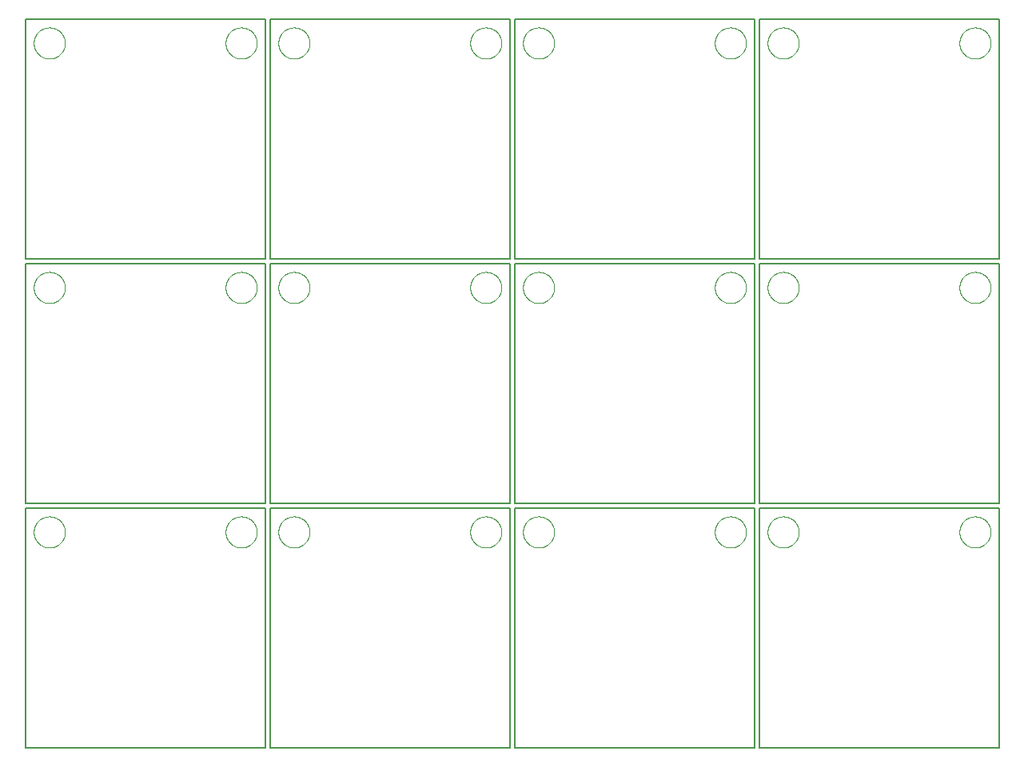
<source format=gko>
G75*
%MOIN*%
%OFA0B0*%
%FSLAX25Y25*%
%IPPOS*%
%LPD*%
%AMOC8*
5,1,8,0,0,1.08239X$1,22.5*
%
%ADD10C,0.00800*%
%ADD11C,0.00000*%
D10*
X0028500Y0068333D02*
X0128500Y0068333D01*
X0128500Y0168333D01*
X0028500Y0168333D01*
X0028500Y0068333D01*
X0130500Y0068333D02*
X0230500Y0068333D01*
X0230500Y0168333D01*
X0130500Y0168333D01*
X0130500Y0068333D01*
X0232500Y0068333D02*
X0332500Y0068333D01*
X0332500Y0168333D01*
X0232500Y0168333D01*
X0232500Y0068333D01*
X0334500Y0068333D02*
X0434500Y0068333D01*
X0434500Y0168333D01*
X0334500Y0168333D01*
X0334500Y0068333D01*
X0334500Y0170333D02*
X0434500Y0170333D01*
X0434500Y0270333D01*
X0334500Y0270333D01*
X0334500Y0170333D01*
X0332500Y0170333D02*
X0232500Y0170333D01*
X0232500Y0270333D01*
X0332500Y0270333D01*
X0332500Y0170333D01*
X0230500Y0170333D02*
X0130500Y0170333D01*
X0130500Y0270333D01*
X0230500Y0270333D01*
X0230500Y0170333D01*
X0128500Y0170333D02*
X0028500Y0170333D01*
X0028500Y0270333D01*
X0128500Y0270333D01*
X0128500Y0170333D01*
X0128500Y0272333D02*
X0028500Y0272333D01*
X0028500Y0372333D01*
X0128500Y0372333D01*
X0128500Y0272333D01*
X0130500Y0272333D02*
X0230500Y0272333D01*
X0230500Y0372333D01*
X0130500Y0372333D01*
X0130500Y0272333D01*
X0232500Y0272333D02*
X0332500Y0272333D01*
X0332500Y0372333D01*
X0232500Y0372333D01*
X0232500Y0272333D01*
X0334500Y0272333D02*
X0434500Y0272333D01*
X0434500Y0372333D01*
X0334500Y0372333D01*
X0334500Y0272333D01*
D11*
X0338000Y0260333D02*
X0338002Y0260494D01*
X0338008Y0260654D01*
X0338018Y0260815D01*
X0338032Y0260975D01*
X0338050Y0261135D01*
X0338071Y0261294D01*
X0338097Y0261453D01*
X0338127Y0261611D01*
X0338160Y0261768D01*
X0338198Y0261925D01*
X0338239Y0262080D01*
X0338284Y0262234D01*
X0338333Y0262387D01*
X0338386Y0262539D01*
X0338442Y0262690D01*
X0338503Y0262839D01*
X0338566Y0262987D01*
X0338634Y0263133D01*
X0338705Y0263277D01*
X0338779Y0263419D01*
X0338857Y0263560D01*
X0338939Y0263698D01*
X0339024Y0263835D01*
X0339112Y0263969D01*
X0339204Y0264101D01*
X0339299Y0264231D01*
X0339397Y0264359D01*
X0339498Y0264484D01*
X0339602Y0264606D01*
X0339709Y0264726D01*
X0339819Y0264843D01*
X0339932Y0264958D01*
X0340048Y0265069D01*
X0340167Y0265178D01*
X0340288Y0265283D01*
X0340412Y0265386D01*
X0340538Y0265486D01*
X0340666Y0265582D01*
X0340797Y0265675D01*
X0340931Y0265765D01*
X0341066Y0265852D01*
X0341204Y0265935D01*
X0341343Y0266015D01*
X0341485Y0266091D01*
X0341628Y0266164D01*
X0341773Y0266233D01*
X0341920Y0266299D01*
X0342068Y0266361D01*
X0342218Y0266419D01*
X0342369Y0266474D01*
X0342522Y0266525D01*
X0342676Y0266572D01*
X0342831Y0266615D01*
X0342987Y0266654D01*
X0343143Y0266690D01*
X0343301Y0266721D01*
X0343459Y0266749D01*
X0343618Y0266773D01*
X0343778Y0266793D01*
X0343938Y0266809D01*
X0344098Y0266821D01*
X0344259Y0266829D01*
X0344420Y0266833D01*
X0344580Y0266833D01*
X0344741Y0266829D01*
X0344902Y0266821D01*
X0345062Y0266809D01*
X0345222Y0266793D01*
X0345382Y0266773D01*
X0345541Y0266749D01*
X0345699Y0266721D01*
X0345857Y0266690D01*
X0346013Y0266654D01*
X0346169Y0266615D01*
X0346324Y0266572D01*
X0346478Y0266525D01*
X0346631Y0266474D01*
X0346782Y0266419D01*
X0346932Y0266361D01*
X0347080Y0266299D01*
X0347227Y0266233D01*
X0347372Y0266164D01*
X0347515Y0266091D01*
X0347657Y0266015D01*
X0347796Y0265935D01*
X0347934Y0265852D01*
X0348069Y0265765D01*
X0348203Y0265675D01*
X0348334Y0265582D01*
X0348462Y0265486D01*
X0348588Y0265386D01*
X0348712Y0265283D01*
X0348833Y0265178D01*
X0348952Y0265069D01*
X0349068Y0264958D01*
X0349181Y0264843D01*
X0349291Y0264726D01*
X0349398Y0264606D01*
X0349502Y0264484D01*
X0349603Y0264359D01*
X0349701Y0264231D01*
X0349796Y0264101D01*
X0349888Y0263969D01*
X0349976Y0263835D01*
X0350061Y0263698D01*
X0350143Y0263560D01*
X0350221Y0263419D01*
X0350295Y0263277D01*
X0350366Y0263133D01*
X0350434Y0262987D01*
X0350497Y0262839D01*
X0350558Y0262690D01*
X0350614Y0262539D01*
X0350667Y0262387D01*
X0350716Y0262234D01*
X0350761Y0262080D01*
X0350802Y0261925D01*
X0350840Y0261768D01*
X0350873Y0261611D01*
X0350903Y0261453D01*
X0350929Y0261294D01*
X0350950Y0261135D01*
X0350968Y0260975D01*
X0350982Y0260815D01*
X0350992Y0260654D01*
X0350998Y0260494D01*
X0351000Y0260333D01*
X0350998Y0260172D01*
X0350992Y0260012D01*
X0350982Y0259851D01*
X0350968Y0259691D01*
X0350950Y0259531D01*
X0350929Y0259372D01*
X0350903Y0259213D01*
X0350873Y0259055D01*
X0350840Y0258898D01*
X0350802Y0258741D01*
X0350761Y0258586D01*
X0350716Y0258432D01*
X0350667Y0258279D01*
X0350614Y0258127D01*
X0350558Y0257976D01*
X0350497Y0257827D01*
X0350434Y0257679D01*
X0350366Y0257533D01*
X0350295Y0257389D01*
X0350221Y0257247D01*
X0350143Y0257106D01*
X0350061Y0256968D01*
X0349976Y0256831D01*
X0349888Y0256697D01*
X0349796Y0256565D01*
X0349701Y0256435D01*
X0349603Y0256307D01*
X0349502Y0256182D01*
X0349398Y0256060D01*
X0349291Y0255940D01*
X0349181Y0255823D01*
X0349068Y0255708D01*
X0348952Y0255597D01*
X0348833Y0255488D01*
X0348712Y0255383D01*
X0348588Y0255280D01*
X0348462Y0255180D01*
X0348334Y0255084D01*
X0348203Y0254991D01*
X0348069Y0254901D01*
X0347934Y0254814D01*
X0347796Y0254731D01*
X0347657Y0254651D01*
X0347515Y0254575D01*
X0347372Y0254502D01*
X0347227Y0254433D01*
X0347080Y0254367D01*
X0346932Y0254305D01*
X0346782Y0254247D01*
X0346631Y0254192D01*
X0346478Y0254141D01*
X0346324Y0254094D01*
X0346169Y0254051D01*
X0346013Y0254012D01*
X0345857Y0253976D01*
X0345699Y0253945D01*
X0345541Y0253917D01*
X0345382Y0253893D01*
X0345222Y0253873D01*
X0345062Y0253857D01*
X0344902Y0253845D01*
X0344741Y0253837D01*
X0344580Y0253833D01*
X0344420Y0253833D01*
X0344259Y0253837D01*
X0344098Y0253845D01*
X0343938Y0253857D01*
X0343778Y0253873D01*
X0343618Y0253893D01*
X0343459Y0253917D01*
X0343301Y0253945D01*
X0343143Y0253976D01*
X0342987Y0254012D01*
X0342831Y0254051D01*
X0342676Y0254094D01*
X0342522Y0254141D01*
X0342369Y0254192D01*
X0342218Y0254247D01*
X0342068Y0254305D01*
X0341920Y0254367D01*
X0341773Y0254433D01*
X0341628Y0254502D01*
X0341485Y0254575D01*
X0341343Y0254651D01*
X0341204Y0254731D01*
X0341066Y0254814D01*
X0340931Y0254901D01*
X0340797Y0254991D01*
X0340666Y0255084D01*
X0340538Y0255180D01*
X0340412Y0255280D01*
X0340288Y0255383D01*
X0340167Y0255488D01*
X0340048Y0255597D01*
X0339932Y0255708D01*
X0339819Y0255823D01*
X0339709Y0255940D01*
X0339602Y0256060D01*
X0339498Y0256182D01*
X0339397Y0256307D01*
X0339299Y0256435D01*
X0339204Y0256565D01*
X0339112Y0256697D01*
X0339024Y0256831D01*
X0338939Y0256968D01*
X0338857Y0257106D01*
X0338779Y0257247D01*
X0338705Y0257389D01*
X0338634Y0257533D01*
X0338566Y0257679D01*
X0338503Y0257827D01*
X0338442Y0257976D01*
X0338386Y0258127D01*
X0338333Y0258279D01*
X0338284Y0258432D01*
X0338239Y0258586D01*
X0338198Y0258741D01*
X0338160Y0258898D01*
X0338127Y0259055D01*
X0338097Y0259213D01*
X0338071Y0259372D01*
X0338050Y0259531D01*
X0338032Y0259691D01*
X0338018Y0259851D01*
X0338008Y0260012D01*
X0338002Y0260172D01*
X0338000Y0260333D01*
X0316000Y0260333D02*
X0316002Y0260494D01*
X0316008Y0260654D01*
X0316018Y0260815D01*
X0316032Y0260975D01*
X0316050Y0261135D01*
X0316071Y0261294D01*
X0316097Y0261453D01*
X0316127Y0261611D01*
X0316160Y0261768D01*
X0316198Y0261925D01*
X0316239Y0262080D01*
X0316284Y0262234D01*
X0316333Y0262387D01*
X0316386Y0262539D01*
X0316442Y0262690D01*
X0316503Y0262839D01*
X0316566Y0262987D01*
X0316634Y0263133D01*
X0316705Y0263277D01*
X0316779Y0263419D01*
X0316857Y0263560D01*
X0316939Y0263698D01*
X0317024Y0263835D01*
X0317112Y0263969D01*
X0317204Y0264101D01*
X0317299Y0264231D01*
X0317397Y0264359D01*
X0317498Y0264484D01*
X0317602Y0264606D01*
X0317709Y0264726D01*
X0317819Y0264843D01*
X0317932Y0264958D01*
X0318048Y0265069D01*
X0318167Y0265178D01*
X0318288Y0265283D01*
X0318412Y0265386D01*
X0318538Y0265486D01*
X0318666Y0265582D01*
X0318797Y0265675D01*
X0318931Y0265765D01*
X0319066Y0265852D01*
X0319204Y0265935D01*
X0319343Y0266015D01*
X0319485Y0266091D01*
X0319628Y0266164D01*
X0319773Y0266233D01*
X0319920Y0266299D01*
X0320068Y0266361D01*
X0320218Y0266419D01*
X0320369Y0266474D01*
X0320522Y0266525D01*
X0320676Y0266572D01*
X0320831Y0266615D01*
X0320987Y0266654D01*
X0321143Y0266690D01*
X0321301Y0266721D01*
X0321459Y0266749D01*
X0321618Y0266773D01*
X0321778Y0266793D01*
X0321938Y0266809D01*
X0322098Y0266821D01*
X0322259Y0266829D01*
X0322420Y0266833D01*
X0322580Y0266833D01*
X0322741Y0266829D01*
X0322902Y0266821D01*
X0323062Y0266809D01*
X0323222Y0266793D01*
X0323382Y0266773D01*
X0323541Y0266749D01*
X0323699Y0266721D01*
X0323857Y0266690D01*
X0324013Y0266654D01*
X0324169Y0266615D01*
X0324324Y0266572D01*
X0324478Y0266525D01*
X0324631Y0266474D01*
X0324782Y0266419D01*
X0324932Y0266361D01*
X0325080Y0266299D01*
X0325227Y0266233D01*
X0325372Y0266164D01*
X0325515Y0266091D01*
X0325657Y0266015D01*
X0325796Y0265935D01*
X0325934Y0265852D01*
X0326069Y0265765D01*
X0326203Y0265675D01*
X0326334Y0265582D01*
X0326462Y0265486D01*
X0326588Y0265386D01*
X0326712Y0265283D01*
X0326833Y0265178D01*
X0326952Y0265069D01*
X0327068Y0264958D01*
X0327181Y0264843D01*
X0327291Y0264726D01*
X0327398Y0264606D01*
X0327502Y0264484D01*
X0327603Y0264359D01*
X0327701Y0264231D01*
X0327796Y0264101D01*
X0327888Y0263969D01*
X0327976Y0263835D01*
X0328061Y0263698D01*
X0328143Y0263560D01*
X0328221Y0263419D01*
X0328295Y0263277D01*
X0328366Y0263133D01*
X0328434Y0262987D01*
X0328497Y0262839D01*
X0328558Y0262690D01*
X0328614Y0262539D01*
X0328667Y0262387D01*
X0328716Y0262234D01*
X0328761Y0262080D01*
X0328802Y0261925D01*
X0328840Y0261768D01*
X0328873Y0261611D01*
X0328903Y0261453D01*
X0328929Y0261294D01*
X0328950Y0261135D01*
X0328968Y0260975D01*
X0328982Y0260815D01*
X0328992Y0260654D01*
X0328998Y0260494D01*
X0329000Y0260333D01*
X0328998Y0260172D01*
X0328992Y0260012D01*
X0328982Y0259851D01*
X0328968Y0259691D01*
X0328950Y0259531D01*
X0328929Y0259372D01*
X0328903Y0259213D01*
X0328873Y0259055D01*
X0328840Y0258898D01*
X0328802Y0258741D01*
X0328761Y0258586D01*
X0328716Y0258432D01*
X0328667Y0258279D01*
X0328614Y0258127D01*
X0328558Y0257976D01*
X0328497Y0257827D01*
X0328434Y0257679D01*
X0328366Y0257533D01*
X0328295Y0257389D01*
X0328221Y0257247D01*
X0328143Y0257106D01*
X0328061Y0256968D01*
X0327976Y0256831D01*
X0327888Y0256697D01*
X0327796Y0256565D01*
X0327701Y0256435D01*
X0327603Y0256307D01*
X0327502Y0256182D01*
X0327398Y0256060D01*
X0327291Y0255940D01*
X0327181Y0255823D01*
X0327068Y0255708D01*
X0326952Y0255597D01*
X0326833Y0255488D01*
X0326712Y0255383D01*
X0326588Y0255280D01*
X0326462Y0255180D01*
X0326334Y0255084D01*
X0326203Y0254991D01*
X0326069Y0254901D01*
X0325934Y0254814D01*
X0325796Y0254731D01*
X0325657Y0254651D01*
X0325515Y0254575D01*
X0325372Y0254502D01*
X0325227Y0254433D01*
X0325080Y0254367D01*
X0324932Y0254305D01*
X0324782Y0254247D01*
X0324631Y0254192D01*
X0324478Y0254141D01*
X0324324Y0254094D01*
X0324169Y0254051D01*
X0324013Y0254012D01*
X0323857Y0253976D01*
X0323699Y0253945D01*
X0323541Y0253917D01*
X0323382Y0253893D01*
X0323222Y0253873D01*
X0323062Y0253857D01*
X0322902Y0253845D01*
X0322741Y0253837D01*
X0322580Y0253833D01*
X0322420Y0253833D01*
X0322259Y0253837D01*
X0322098Y0253845D01*
X0321938Y0253857D01*
X0321778Y0253873D01*
X0321618Y0253893D01*
X0321459Y0253917D01*
X0321301Y0253945D01*
X0321143Y0253976D01*
X0320987Y0254012D01*
X0320831Y0254051D01*
X0320676Y0254094D01*
X0320522Y0254141D01*
X0320369Y0254192D01*
X0320218Y0254247D01*
X0320068Y0254305D01*
X0319920Y0254367D01*
X0319773Y0254433D01*
X0319628Y0254502D01*
X0319485Y0254575D01*
X0319343Y0254651D01*
X0319204Y0254731D01*
X0319066Y0254814D01*
X0318931Y0254901D01*
X0318797Y0254991D01*
X0318666Y0255084D01*
X0318538Y0255180D01*
X0318412Y0255280D01*
X0318288Y0255383D01*
X0318167Y0255488D01*
X0318048Y0255597D01*
X0317932Y0255708D01*
X0317819Y0255823D01*
X0317709Y0255940D01*
X0317602Y0256060D01*
X0317498Y0256182D01*
X0317397Y0256307D01*
X0317299Y0256435D01*
X0317204Y0256565D01*
X0317112Y0256697D01*
X0317024Y0256831D01*
X0316939Y0256968D01*
X0316857Y0257106D01*
X0316779Y0257247D01*
X0316705Y0257389D01*
X0316634Y0257533D01*
X0316566Y0257679D01*
X0316503Y0257827D01*
X0316442Y0257976D01*
X0316386Y0258127D01*
X0316333Y0258279D01*
X0316284Y0258432D01*
X0316239Y0258586D01*
X0316198Y0258741D01*
X0316160Y0258898D01*
X0316127Y0259055D01*
X0316097Y0259213D01*
X0316071Y0259372D01*
X0316050Y0259531D01*
X0316032Y0259691D01*
X0316018Y0259851D01*
X0316008Y0260012D01*
X0316002Y0260172D01*
X0316000Y0260333D01*
X0236000Y0260333D02*
X0236002Y0260494D01*
X0236008Y0260654D01*
X0236018Y0260815D01*
X0236032Y0260975D01*
X0236050Y0261135D01*
X0236071Y0261294D01*
X0236097Y0261453D01*
X0236127Y0261611D01*
X0236160Y0261768D01*
X0236198Y0261925D01*
X0236239Y0262080D01*
X0236284Y0262234D01*
X0236333Y0262387D01*
X0236386Y0262539D01*
X0236442Y0262690D01*
X0236503Y0262839D01*
X0236566Y0262987D01*
X0236634Y0263133D01*
X0236705Y0263277D01*
X0236779Y0263419D01*
X0236857Y0263560D01*
X0236939Y0263698D01*
X0237024Y0263835D01*
X0237112Y0263969D01*
X0237204Y0264101D01*
X0237299Y0264231D01*
X0237397Y0264359D01*
X0237498Y0264484D01*
X0237602Y0264606D01*
X0237709Y0264726D01*
X0237819Y0264843D01*
X0237932Y0264958D01*
X0238048Y0265069D01*
X0238167Y0265178D01*
X0238288Y0265283D01*
X0238412Y0265386D01*
X0238538Y0265486D01*
X0238666Y0265582D01*
X0238797Y0265675D01*
X0238931Y0265765D01*
X0239066Y0265852D01*
X0239204Y0265935D01*
X0239343Y0266015D01*
X0239485Y0266091D01*
X0239628Y0266164D01*
X0239773Y0266233D01*
X0239920Y0266299D01*
X0240068Y0266361D01*
X0240218Y0266419D01*
X0240369Y0266474D01*
X0240522Y0266525D01*
X0240676Y0266572D01*
X0240831Y0266615D01*
X0240987Y0266654D01*
X0241143Y0266690D01*
X0241301Y0266721D01*
X0241459Y0266749D01*
X0241618Y0266773D01*
X0241778Y0266793D01*
X0241938Y0266809D01*
X0242098Y0266821D01*
X0242259Y0266829D01*
X0242420Y0266833D01*
X0242580Y0266833D01*
X0242741Y0266829D01*
X0242902Y0266821D01*
X0243062Y0266809D01*
X0243222Y0266793D01*
X0243382Y0266773D01*
X0243541Y0266749D01*
X0243699Y0266721D01*
X0243857Y0266690D01*
X0244013Y0266654D01*
X0244169Y0266615D01*
X0244324Y0266572D01*
X0244478Y0266525D01*
X0244631Y0266474D01*
X0244782Y0266419D01*
X0244932Y0266361D01*
X0245080Y0266299D01*
X0245227Y0266233D01*
X0245372Y0266164D01*
X0245515Y0266091D01*
X0245657Y0266015D01*
X0245796Y0265935D01*
X0245934Y0265852D01*
X0246069Y0265765D01*
X0246203Y0265675D01*
X0246334Y0265582D01*
X0246462Y0265486D01*
X0246588Y0265386D01*
X0246712Y0265283D01*
X0246833Y0265178D01*
X0246952Y0265069D01*
X0247068Y0264958D01*
X0247181Y0264843D01*
X0247291Y0264726D01*
X0247398Y0264606D01*
X0247502Y0264484D01*
X0247603Y0264359D01*
X0247701Y0264231D01*
X0247796Y0264101D01*
X0247888Y0263969D01*
X0247976Y0263835D01*
X0248061Y0263698D01*
X0248143Y0263560D01*
X0248221Y0263419D01*
X0248295Y0263277D01*
X0248366Y0263133D01*
X0248434Y0262987D01*
X0248497Y0262839D01*
X0248558Y0262690D01*
X0248614Y0262539D01*
X0248667Y0262387D01*
X0248716Y0262234D01*
X0248761Y0262080D01*
X0248802Y0261925D01*
X0248840Y0261768D01*
X0248873Y0261611D01*
X0248903Y0261453D01*
X0248929Y0261294D01*
X0248950Y0261135D01*
X0248968Y0260975D01*
X0248982Y0260815D01*
X0248992Y0260654D01*
X0248998Y0260494D01*
X0249000Y0260333D01*
X0248998Y0260172D01*
X0248992Y0260012D01*
X0248982Y0259851D01*
X0248968Y0259691D01*
X0248950Y0259531D01*
X0248929Y0259372D01*
X0248903Y0259213D01*
X0248873Y0259055D01*
X0248840Y0258898D01*
X0248802Y0258741D01*
X0248761Y0258586D01*
X0248716Y0258432D01*
X0248667Y0258279D01*
X0248614Y0258127D01*
X0248558Y0257976D01*
X0248497Y0257827D01*
X0248434Y0257679D01*
X0248366Y0257533D01*
X0248295Y0257389D01*
X0248221Y0257247D01*
X0248143Y0257106D01*
X0248061Y0256968D01*
X0247976Y0256831D01*
X0247888Y0256697D01*
X0247796Y0256565D01*
X0247701Y0256435D01*
X0247603Y0256307D01*
X0247502Y0256182D01*
X0247398Y0256060D01*
X0247291Y0255940D01*
X0247181Y0255823D01*
X0247068Y0255708D01*
X0246952Y0255597D01*
X0246833Y0255488D01*
X0246712Y0255383D01*
X0246588Y0255280D01*
X0246462Y0255180D01*
X0246334Y0255084D01*
X0246203Y0254991D01*
X0246069Y0254901D01*
X0245934Y0254814D01*
X0245796Y0254731D01*
X0245657Y0254651D01*
X0245515Y0254575D01*
X0245372Y0254502D01*
X0245227Y0254433D01*
X0245080Y0254367D01*
X0244932Y0254305D01*
X0244782Y0254247D01*
X0244631Y0254192D01*
X0244478Y0254141D01*
X0244324Y0254094D01*
X0244169Y0254051D01*
X0244013Y0254012D01*
X0243857Y0253976D01*
X0243699Y0253945D01*
X0243541Y0253917D01*
X0243382Y0253893D01*
X0243222Y0253873D01*
X0243062Y0253857D01*
X0242902Y0253845D01*
X0242741Y0253837D01*
X0242580Y0253833D01*
X0242420Y0253833D01*
X0242259Y0253837D01*
X0242098Y0253845D01*
X0241938Y0253857D01*
X0241778Y0253873D01*
X0241618Y0253893D01*
X0241459Y0253917D01*
X0241301Y0253945D01*
X0241143Y0253976D01*
X0240987Y0254012D01*
X0240831Y0254051D01*
X0240676Y0254094D01*
X0240522Y0254141D01*
X0240369Y0254192D01*
X0240218Y0254247D01*
X0240068Y0254305D01*
X0239920Y0254367D01*
X0239773Y0254433D01*
X0239628Y0254502D01*
X0239485Y0254575D01*
X0239343Y0254651D01*
X0239204Y0254731D01*
X0239066Y0254814D01*
X0238931Y0254901D01*
X0238797Y0254991D01*
X0238666Y0255084D01*
X0238538Y0255180D01*
X0238412Y0255280D01*
X0238288Y0255383D01*
X0238167Y0255488D01*
X0238048Y0255597D01*
X0237932Y0255708D01*
X0237819Y0255823D01*
X0237709Y0255940D01*
X0237602Y0256060D01*
X0237498Y0256182D01*
X0237397Y0256307D01*
X0237299Y0256435D01*
X0237204Y0256565D01*
X0237112Y0256697D01*
X0237024Y0256831D01*
X0236939Y0256968D01*
X0236857Y0257106D01*
X0236779Y0257247D01*
X0236705Y0257389D01*
X0236634Y0257533D01*
X0236566Y0257679D01*
X0236503Y0257827D01*
X0236442Y0257976D01*
X0236386Y0258127D01*
X0236333Y0258279D01*
X0236284Y0258432D01*
X0236239Y0258586D01*
X0236198Y0258741D01*
X0236160Y0258898D01*
X0236127Y0259055D01*
X0236097Y0259213D01*
X0236071Y0259372D01*
X0236050Y0259531D01*
X0236032Y0259691D01*
X0236018Y0259851D01*
X0236008Y0260012D01*
X0236002Y0260172D01*
X0236000Y0260333D01*
X0214000Y0260333D02*
X0214002Y0260494D01*
X0214008Y0260654D01*
X0214018Y0260815D01*
X0214032Y0260975D01*
X0214050Y0261135D01*
X0214071Y0261294D01*
X0214097Y0261453D01*
X0214127Y0261611D01*
X0214160Y0261768D01*
X0214198Y0261925D01*
X0214239Y0262080D01*
X0214284Y0262234D01*
X0214333Y0262387D01*
X0214386Y0262539D01*
X0214442Y0262690D01*
X0214503Y0262839D01*
X0214566Y0262987D01*
X0214634Y0263133D01*
X0214705Y0263277D01*
X0214779Y0263419D01*
X0214857Y0263560D01*
X0214939Y0263698D01*
X0215024Y0263835D01*
X0215112Y0263969D01*
X0215204Y0264101D01*
X0215299Y0264231D01*
X0215397Y0264359D01*
X0215498Y0264484D01*
X0215602Y0264606D01*
X0215709Y0264726D01*
X0215819Y0264843D01*
X0215932Y0264958D01*
X0216048Y0265069D01*
X0216167Y0265178D01*
X0216288Y0265283D01*
X0216412Y0265386D01*
X0216538Y0265486D01*
X0216666Y0265582D01*
X0216797Y0265675D01*
X0216931Y0265765D01*
X0217066Y0265852D01*
X0217204Y0265935D01*
X0217343Y0266015D01*
X0217485Y0266091D01*
X0217628Y0266164D01*
X0217773Y0266233D01*
X0217920Y0266299D01*
X0218068Y0266361D01*
X0218218Y0266419D01*
X0218369Y0266474D01*
X0218522Y0266525D01*
X0218676Y0266572D01*
X0218831Y0266615D01*
X0218987Y0266654D01*
X0219143Y0266690D01*
X0219301Y0266721D01*
X0219459Y0266749D01*
X0219618Y0266773D01*
X0219778Y0266793D01*
X0219938Y0266809D01*
X0220098Y0266821D01*
X0220259Y0266829D01*
X0220420Y0266833D01*
X0220580Y0266833D01*
X0220741Y0266829D01*
X0220902Y0266821D01*
X0221062Y0266809D01*
X0221222Y0266793D01*
X0221382Y0266773D01*
X0221541Y0266749D01*
X0221699Y0266721D01*
X0221857Y0266690D01*
X0222013Y0266654D01*
X0222169Y0266615D01*
X0222324Y0266572D01*
X0222478Y0266525D01*
X0222631Y0266474D01*
X0222782Y0266419D01*
X0222932Y0266361D01*
X0223080Y0266299D01*
X0223227Y0266233D01*
X0223372Y0266164D01*
X0223515Y0266091D01*
X0223657Y0266015D01*
X0223796Y0265935D01*
X0223934Y0265852D01*
X0224069Y0265765D01*
X0224203Y0265675D01*
X0224334Y0265582D01*
X0224462Y0265486D01*
X0224588Y0265386D01*
X0224712Y0265283D01*
X0224833Y0265178D01*
X0224952Y0265069D01*
X0225068Y0264958D01*
X0225181Y0264843D01*
X0225291Y0264726D01*
X0225398Y0264606D01*
X0225502Y0264484D01*
X0225603Y0264359D01*
X0225701Y0264231D01*
X0225796Y0264101D01*
X0225888Y0263969D01*
X0225976Y0263835D01*
X0226061Y0263698D01*
X0226143Y0263560D01*
X0226221Y0263419D01*
X0226295Y0263277D01*
X0226366Y0263133D01*
X0226434Y0262987D01*
X0226497Y0262839D01*
X0226558Y0262690D01*
X0226614Y0262539D01*
X0226667Y0262387D01*
X0226716Y0262234D01*
X0226761Y0262080D01*
X0226802Y0261925D01*
X0226840Y0261768D01*
X0226873Y0261611D01*
X0226903Y0261453D01*
X0226929Y0261294D01*
X0226950Y0261135D01*
X0226968Y0260975D01*
X0226982Y0260815D01*
X0226992Y0260654D01*
X0226998Y0260494D01*
X0227000Y0260333D01*
X0226998Y0260172D01*
X0226992Y0260012D01*
X0226982Y0259851D01*
X0226968Y0259691D01*
X0226950Y0259531D01*
X0226929Y0259372D01*
X0226903Y0259213D01*
X0226873Y0259055D01*
X0226840Y0258898D01*
X0226802Y0258741D01*
X0226761Y0258586D01*
X0226716Y0258432D01*
X0226667Y0258279D01*
X0226614Y0258127D01*
X0226558Y0257976D01*
X0226497Y0257827D01*
X0226434Y0257679D01*
X0226366Y0257533D01*
X0226295Y0257389D01*
X0226221Y0257247D01*
X0226143Y0257106D01*
X0226061Y0256968D01*
X0225976Y0256831D01*
X0225888Y0256697D01*
X0225796Y0256565D01*
X0225701Y0256435D01*
X0225603Y0256307D01*
X0225502Y0256182D01*
X0225398Y0256060D01*
X0225291Y0255940D01*
X0225181Y0255823D01*
X0225068Y0255708D01*
X0224952Y0255597D01*
X0224833Y0255488D01*
X0224712Y0255383D01*
X0224588Y0255280D01*
X0224462Y0255180D01*
X0224334Y0255084D01*
X0224203Y0254991D01*
X0224069Y0254901D01*
X0223934Y0254814D01*
X0223796Y0254731D01*
X0223657Y0254651D01*
X0223515Y0254575D01*
X0223372Y0254502D01*
X0223227Y0254433D01*
X0223080Y0254367D01*
X0222932Y0254305D01*
X0222782Y0254247D01*
X0222631Y0254192D01*
X0222478Y0254141D01*
X0222324Y0254094D01*
X0222169Y0254051D01*
X0222013Y0254012D01*
X0221857Y0253976D01*
X0221699Y0253945D01*
X0221541Y0253917D01*
X0221382Y0253893D01*
X0221222Y0253873D01*
X0221062Y0253857D01*
X0220902Y0253845D01*
X0220741Y0253837D01*
X0220580Y0253833D01*
X0220420Y0253833D01*
X0220259Y0253837D01*
X0220098Y0253845D01*
X0219938Y0253857D01*
X0219778Y0253873D01*
X0219618Y0253893D01*
X0219459Y0253917D01*
X0219301Y0253945D01*
X0219143Y0253976D01*
X0218987Y0254012D01*
X0218831Y0254051D01*
X0218676Y0254094D01*
X0218522Y0254141D01*
X0218369Y0254192D01*
X0218218Y0254247D01*
X0218068Y0254305D01*
X0217920Y0254367D01*
X0217773Y0254433D01*
X0217628Y0254502D01*
X0217485Y0254575D01*
X0217343Y0254651D01*
X0217204Y0254731D01*
X0217066Y0254814D01*
X0216931Y0254901D01*
X0216797Y0254991D01*
X0216666Y0255084D01*
X0216538Y0255180D01*
X0216412Y0255280D01*
X0216288Y0255383D01*
X0216167Y0255488D01*
X0216048Y0255597D01*
X0215932Y0255708D01*
X0215819Y0255823D01*
X0215709Y0255940D01*
X0215602Y0256060D01*
X0215498Y0256182D01*
X0215397Y0256307D01*
X0215299Y0256435D01*
X0215204Y0256565D01*
X0215112Y0256697D01*
X0215024Y0256831D01*
X0214939Y0256968D01*
X0214857Y0257106D01*
X0214779Y0257247D01*
X0214705Y0257389D01*
X0214634Y0257533D01*
X0214566Y0257679D01*
X0214503Y0257827D01*
X0214442Y0257976D01*
X0214386Y0258127D01*
X0214333Y0258279D01*
X0214284Y0258432D01*
X0214239Y0258586D01*
X0214198Y0258741D01*
X0214160Y0258898D01*
X0214127Y0259055D01*
X0214097Y0259213D01*
X0214071Y0259372D01*
X0214050Y0259531D01*
X0214032Y0259691D01*
X0214018Y0259851D01*
X0214008Y0260012D01*
X0214002Y0260172D01*
X0214000Y0260333D01*
X0134000Y0260333D02*
X0134002Y0260494D01*
X0134008Y0260654D01*
X0134018Y0260815D01*
X0134032Y0260975D01*
X0134050Y0261135D01*
X0134071Y0261294D01*
X0134097Y0261453D01*
X0134127Y0261611D01*
X0134160Y0261768D01*
X0134198Y0261925D01*
X0134239Y0262080D01*
X0134284Y0262234D01*
X0134333Y0262387D01*
X0134386Y0262539D01*
X0134442Y0262690D01*
X0134503Y0262839D01*
X0134566Y0262987D01*
X0134634Y0263133D01*
X0134705Y0263277D01*
X0134779Y0263419D01*
X0134857Y0263560D01*
X0134939Y0263698D01*
X0135024Y0263835D01*
X0135112Y0263969D01*
X0135204Y0264101D01*
X0135299Y0264231D01*
X0135397Y0264359D01*
X0135498Y0264484D01*
X0135602Y0264606D01*
X0135709Y0264726D01*
X0135819Y0264843D01*
X0135932Y0264958D01*
X0136048Y0265069D01*
X0136167Y0265178D01*
X0136288Y0265283D01*
X0136412Y0265386D01*
X0136538Y0265486D01*
X0136666Y0265582D01*
X0136797Y0265675D01*
X0136931Y0265765D01*
X0137066Y0265852D01*
X0137204Y0265935D01*
X0137343Y0266015D01*
X0137485Y0266091D01*
X0137628Y0266164D01*
X0137773Y0266233D01*
X0137920Y0266299D01*
X0138068Y0266361D01*
X0138218Y0266419D01*
X0138369Y0266474D01*
X0138522Y0266525D01*
X0138676Y0266572D01*
X0138831Y0266615D01*
X0138987Y0266654D01*
X0139143Y0266690D01*
X0139301Y0266721D01*
X0139459Y0266749D01*
X0139618Y0266773D01*
X0139778Y0266793D01*
X0139938Y0266809D01*
X0140098Y0266821D01*
X0140259Y0266829D01*
X0140420Y0266833D01*
X0140580Y0266833D01*
X0140741Y0266829D01*
X0140902Y0266821D01*
X0141062Y0266809D01*
X0141222Y0266793D01*
X0141382Y0266773D01*
X0141541Y0266749D01*
X0141699Y0266721D01*
X0141857Y0266690D01*
X0142013Y0266654D01*
X0142169Y0266615D01*
X0142324Y0266572D01*
X0142478Y0266525D01*
X0142631Y0266474D01*
X0142782Y0266419D01*
X0142932Y0266361D01*
X0143080Y0266299D01*
X0143227Y0266233D01*
X0143372Y0266164D01*
X0143515Y0266091D01*
X0143657Y0266015D01*
X0143796Y0265935D01*
X0143934Y0265852D01*
X0144069Y0265765D01*
X0144203Y0265675D01*
X0144334Y0265582D01*
X0144462Y0265486D01*
X0144588Y0265386D01*
X0144712Y0265283D01*
X0144833Y0265178D01*
X0144952Y0265069D01*
X0145068Y0264958D01*
X0145181Y0264843D01*
X0145291Y0264726D01*
X0145398Y0264606D01*
X0145502Y0264484D01*
X0145603Y0264359D01*
X0145701Y0264231D01*
X0145796Y0264101D01*
X0145888Y0263969D01*
X0145976Y0263835D01*
X0146061Y0263698D01*
X0146143Y0263560D01*
X0146221Y0263419D01*
X0146295Y0263277D01*
X0146366Y0263133D01*
X0146434Y0262987D01*
X0146497Y0262839D01*
X0146558Y0262690D01*
X0146614Y0262539D01*
X0146667Y0262387D01*
X0146716Y0262234D01*
X0146761Y0262080D01*
X0146802Y0261925D01*
X0146840Y0261768D01*
X0146873Y0261611D01*
X0146903Y0261453D01*
X0146929Y0261294D01*
X0146950Y0261135D01*
X0146968Y0260975D01*
X0146982Y0260815D01*
X0146992Y0260654D01*
X0146998Y0260494D01*
X0147000Y0260333D01*
X0146998Y0260172D01*
X0146992Y0260012D01*
X0146982Y0259851D01*
X0146968Y0259691D01*
X0146950Y0259531D01*
X0146929Y0259372D01*
X0146903Y0259213D01*
X0146873Y0259055D01*
X0146840Y0258898D01*
X0146802Y0258741D01*
X0146761Y0258586D01*
X0146716Y0258432D01*
X0146667Y0258279D01*
X0146614Y0258127D01*
X0146558Y0257976D01*
X0146497Y0257827D01*
X0146434Y0257679D01*
X0146366Y0257533D01*
X0146295Y0257389D01*
X0146221Y0257247D01*
X0146143Y0257106D01*
X0146061Y0256968D01*
X0145976Y0256831D01*
X0145888Y0256697D01*
X0145796Y0256565D01*
X0145701Y0256435D01*
X0145603Y0256307D01*
X0145502Y0256182D01*
X0145398Y0256060D01*
X0145291Y0255940D01*
X0145181Y0255823D01*
X0145068Y0255708D01*
X0144952Y0255597D01*
X0144833Y0255488D01*
X0144712Y0255383D01*
X0144588Y0255280D01*
X0144462Y0255180D01*
X0144334Y0255084D01*
X0144203Y0254991D01*
X0144069Y0254901D01*
X0143934Y0254814D01*
X0143796Y0254731D01*
X0143657Y0254651D01*
X0143515Y0254575D01*
X0143372Y0254502D01*
X0143227Y0254433D01*
X0143080Y0254367D01*
X0142932Y0254305D01*
X0142782Y0254247D01*
X0142631Y0254192D01*
X0142478Y0254141D01*
X0142324Y0254094D01*
X0142169Y0254051D01*
X0142013Y0254012D01*
X0141857Y0253976D01*
X0141699Y0253945D01*
X0141541Y0253917D01*
X0141382Y0253893D01*
X0141222Y0253873D01*
X0141062Y0253857D01*
X0140902Y0253845D01*
X0140741Y0253837D01*
X0140580Y0253833D01*
X0140420Y0253833D01*
X0140259Y0253837D01*
X0140098Y0253845D01*
X0139938Y0253857D01*
X0139778Y0253873D01*
X0139618Y0253893D01*
X0139459Y0253917D01*
X0139301Y0253945D01*
X0139143Y0253976D01*
X0138987Y0254012D01*
X0138831Y0254051D01*
X0138676Y0254094D01*
X0138522Y0254141D01*
X0138369Y0254192D01*
X0138218Y0254247D01*
X0138068Y0254305D01*
X0137920Y0254367D01*
X0137773Y0254433D01*
X0137628Y0254502D01*
X0137485Y0254575D01*
X0137343Y0254651D01*
X0137204Y0254731D01*
X0137066Y0254814D01*
X0136931Y0254901D01*
X0136797Y0254991D01*
X0136666Y0255084D01*
X0136538Y0255180D01*
X0136412Y0255280D01*
X0136288Y0255383D01*
X0136167Y0255488D01*
X0136048Y0255597D01*
X0135932Y0255708D01*
X0135819Y0255823D01*
X0135709Y0255940D01*
X0135602Y0256060D01*
X0135498Y0256182D01*
X0135397Y0256307D01*
X0135299Y0256435D01*
X0135204Y0256565D01*
X0135112Y0256697D01*
X0135024Y0256831D01*
X0134939Y0256968D01*
X0134857Y0257106D01*
X0134779Y0257247D01*
X0134705Y0257389D01*
X0134634Y0257533D01*
X0134566Y0257679D01*
X0134503Y0257827D01*
X0134442Y0257976D01*
X0134386Y0258127D01*
X0134333Y0258279D01*
X0134284Y0258432D01*
X0134239Y0258586D01*
X0134198Y0258741D01*
X0134160Y0258898D01*
X0134127Y0259055D01*
X0134097Y0259213D01*
X0134071Y0259372D01*
X0134050Y0259531D01*
X0134032Y0259691D01*
X0134018Y0259851D01*
X0134008Y0260012D01*
X0134002Y0260172D01*
X0134000Y0260333D01*
X0112000Y0260333D02*
X0112002Y0260494D01*
X0112008Y0260654D01*
X0112018Y0260815D01*
X0112032Y0260975D01*
X0112050Y0261135D01*
X0112071Y0261294D01*
X0112097Y0261453D01*
X0112127Y0261611D01*
X0112160Y0261768D01*
X0112198Y0261925D01*
X0112239Y0262080D01*
X0112284Y0262234D01*
X0112333Y0262387D01*
X0112386Y0262539D01*
X0112442Y0262690D01*
X0112503Y0262839D01*
X0112566Y0262987D01*
X0112634Y0263133D01*
X0112705Y0263277D01*
X0112779Y0263419D01*
X0112857Y0263560D01*
X0112939Y0263698D01*
X0113024Y0263835D01*
X0113112Y0263969D01*
X0113204Y0264101D01*
X0113299Y0264231D01*
X0113397Y0264359D01*
X0113498Y0264484D01*
X0113602Y0264606D01*
X0113709Y0264726D01*
X0113819Y0264843D01*
X0113932Y0264958D01*
X0114048Y0265069D01*
X0114167Y0265178D01*
X0114288Y0265283D01*
X0114412Y0265386D01*
X0114538Y0265486D01*
X0114666Y0265582D01*
X0114797Y0265675D01*
X0114931Y0265765D01*
X0115066Y0265852D01*
X0115204Y0265935D01*
X0115343Y0266015D01*
X0115485Y0266091D01*
X0115628Y0266164D01*
X0115773Y0266233D01*
X0115920Y0266299D01*
X0116068Y0266361D01*
X0116218Y0266419D01*
X0116369Y0266474D01*
X0116522Y0266525D01*
X0116676Y0266572D01*
X0116831Y0266615D01*
X0116987Y0266654D01*
X0117143Y0266690D01*
X0117301Y0266721D01*
X0117459Y0266749D01*
X0117618Y0266773D01*
X0117778Y0266793D01*
X0117938Y0266809D01*
X0118098Y0266821D01*
X0118259Y0266829D01*
X0118420Y0266833D01*
X0118580Y0266833D01*
X0118741Y0266829D01*
X0118902Y0266821D01*
X0119062Y0266809D01*
X0119222Y0266793D01*
X0119382Y0266773D01*
X0119541Y0266749D01*
X0119699Y0266721D01*
X0119857Y0266690D01*
X0120013Y0266654D01*
X0120169Y0266615D01*
X0120324Y0266572D01*
X0120478Y0266525D01*
X0120631Y0266474D01*
X0120782Y0266419D01*
X0120932Y0266361D01*
X0121080Y0266299D01*
X0121227Y0266233D01*
X0121372Y0266164D01*
X0121515Y0266091D01*
X0121657Y0266015D01*
X0121796Y0265935D01*
X0121934Y0265852D01*
X0122069Y0265765D01*
X0122203Y0265675D01*
X0122334Y0265582D01*
X0122462Y0265486D01*
X0122588Y0265386D01*
X0122712Y0265283D01*
X0122833Y0265178D01*
X0122952Y0265069D01*
X0123068Y0264958D01*
X0123181Y0264843D01*
X0123291Y0264726D01*
X0123398Y0264606D01*
X0123502Y0264484D01*
X0123603Y0264359D01*
X0123701Y0264231D01*
X0123796Y0264101D01*
X0123888Y0263969D01*
X0123976Y0263835D01*
X0124061Y0263698D01*
X0124143Y0263560D01*
X0124221Y0263419D01*
X0124295Y0263277D01*
X0124366Y0263133D01*
X0124434Y0262987D01*
X0124497Y0262839D01*
X0124558Y0262690D01*
X0124614Y0262539D01*
X0124667Y0262387D01*
X0124716Y0262234D01*
X0124761Y0262080D01*
X0124802Y0261925D01*
X0124840Y0261768D01*
X0124873Y0261611D01*
X0124903Y0261453D01*
X0124929Y0261294D01*
X0124950Y0261135D01*
X0124968Y0260975D01*
X0124982Y0260815D01*
X0124992Y0260654D01*
X0124998Y0260494D01*
X0125000Y0260333D01*
X0124998Y0260172D01*
X0124992Y0260012D01*
X0124982Y0259851D01*
X0124968Y0259691D01*
X0124950Y0259531D01*
X0124929Y0259372D01*
X0124903Y0259213D01*
X0124873Y0259055D01*
X0124840Y0258898D01*
X0124802Y0258741D01*
X0124761Y0258586D01*
X0124716Y0258432D01*
X0124667Y0258279D01*
X0124614Y0258127D01*
X0124558Y0257976D01*
X0124497Y0257827D01*
X0124434Y0257679D01*
X0124366Y0257533D01*
X0124295Y0257389D01*
X0124221Y0257247D01*
X0124143Y0257106D01*
X0124061Y0256968D01*
X0123976Y0256831D01*
X0123888Y0256697D01*
X0123796Y0256565D01*
X0123701Y0256435D01*
X0123603Y0256307D01*
X0123502Y0256182D01*
X0123398Y0256060D01*
X0123291Y0255940D01*
X0123181Y0255823D01*
X0123068Y0255708D01*
X0122952Y0255597D01*
X0122833Y0255488D01*
X0122712Y0255383D01*
X0122588Y0255280D01*
X0122462Y0255180D01*
X0122334Y0255084D01*
X0122203Y0254991D01*
X0122069Y0254901D01*
X0121934Y0254814D01*
X0121796Y0254731D01*
X0121657Y0254651D01*
X0121515Y0254575D01*
X0121372Y0254502D01*
X0121227Y0254433D01*
X0121080Y0254367D01*
X0120932Y0254305D01*
X0120782Y0254247D01*
X0120631Y0254192D01*
X0120478Y0254141D01*
X0120324Y0254094D01*
X0120169Y0254051D01*
X0120013Y0254012D01*
X0119857Y0253976D01*
X0119699Y0253945D01*
X0119541Y0253917D01*
X0119382Y0253893D01*
X0119222Y0253873D01*
X0119062Y0253857D01*
X0118902Y0253845D01*
X0118741Y0253837D01*
X0118580Y0253833D01*
X0118420Y0253833D01*
X0118259Y0253837D01*
X0118098Y0253845D01*
X0117938Y0253857D01*
X0117778Y0253873D01*
X0117618Y0253893D01*
X0117459Y0253917D01*
X0117301Y0253945D01*
X0117143Y0253976D01*
X0116987Y0254012D01*
X0116831Y0254051D01*
X0116676Y0254094D01*
X0116522Y0254141D01*
X0116369Y0254192D01*
X0116218Y0254247D01*
X0116068Y0254305D01*
X0115920Y0254367D01*
X0115773Y0254433D01*
X0115628Y0254502D01*
X0115485Y0254575D01*
X0115343Y0254651D01*
X0115204Y0254731D01*
X0115066Y0254814D01*
X0114931Y0254901D01*
X0114797Y0254991D01*
X0114666Y0255084D01*
X0114538Y0255180D01*
X0114412Y0255280D01*
X0114288Y0255383D01*
X0114167Y0255488D01*
X0114048Y0255597D01*
X0113932Y0255708D01*
X0113819Y0255823D01*
X0113709Y0255940D01*
X0113602Y0256060D01*
X0113498Y0256182D01*
X0113397Y0256307D01*
X0113299Y0256435D01*
X0113204Y0256565D01*
X0113112Y0256697D01*
X0113024Y0256831D01*
X0112939Y0256968D01*
X0112857Y0257106D01*
X0112779Y0257247D01*
X0112705Y0257389D01*
X0112634Y0257533D01*
X0112566Y0257679D01*
X0112503Y0257827D01*
X0112442Y0257976D01*
X0112386Y0258127D01*
X0112333Y0258279D01*
X0112284Y0258432D01*
X0112239Y0258586D01*
X0112198Y0258741D01*
X0112160Y0258898D01*
X0112127Y0259055D01*
X0112097Y0259213D01*
X0112071Y0259372D01*
X0112050Y0259531D01*
X0112032Y0259691D01*
X0112018Y0259851D01*
X0112008Y0260012D01*
X0112002Y0260172D01*
X0112000Y0260333D01*
X0032000Y0260333D02*
X0032002Y0260494D01*
X0032008Y0260654D01*
X0032018Y0260815D01*
X0032032Y0260975D01*
X0032050Y0261135D01*
X0032071Y0261294D01*
X0032097Y0261453D01*
X0032127Y0261611D01*
X0032160Y0261768D01*
X0032198Y0261925D01*
X0032239Y0262080D01*
X0032284Y0262234D01*
X0032333Y0262387D01*
X0032386Y0262539D01*
X0032442Y0262690D01*
X0032503Y0262839D01*
X0032566Y0262987D01*
X0032634Y0263133D01*
X0032705Y0263277D01*
X0032779Y0263419D01*
X0032857Y0263560D01*
X0032939Y0263698D01*
X0033024Y0263835D01*
X0033112Y0263969D01*
X0033204Y0264101D01*
X0033299Y0264231D01*
X0033397Y0264359D01*
X0033498Y0264484D01*
X0033602Y0264606D01*
X0033709Y0264726D01*
X0033819Y0264843D01*
X0033932Y0264958D01*
X0034048Y0265069D01*
X0034167Y0265178D01*
X0034288Y0265283D01*
X0034412Y0265386D01*
X0034538Y0265486D01*
X0034666Y0265582D01*
X0034797Y0265675D01*
X0034931Y0265765D01*
X0035066Y0265852D01*
X0035204Y0265935D01*
X0035343Y0266015D01*
X0035485Y0266091D01*
X0035628Y0266164D01*
X0035773Y0266233D01*
X0035920Y0266299D01*
X0036068Y0266361D01*
X0036218Y0266419D01*
X0036369Y0266474D01*
X0036522Y0266525D01*
X0036676Y0266572D01*
X0036831Y0266615D01*
X0036987Y0266654D01*
X0037143Y0266690D01*
X0037301Y0266721D01*
X0037459Y0266749D01*
X0037618Y0266773D01*
X0037778Y0266793D01*
X0037938Y0266809D01*
X0038098Y0266821D01*
X0038259Y0266829D01*
X0038420Y0266833D01*
X0038580Y0266833D01*
X0038741Y0266829D01*
X0038902Y0266821D01*
X0039062Y0266809D01*
X0039222Y0266793D01*
X0039382Y0266773D01*
X0039541Y0266749D01*
X0039699Y0266721D01*
X0039857Y0266690D01*
X0040013Y0266654D01*
X0040169Y0266615D01*
X0040324Y0266572D01*
X0040478Y0266525D01*
X0040631Y0266474D01*
X0040782Y0266419D01*
X0040932Y0266361D01*
X0041080Y0266299D01*
X0041227Y0266233D01*
X0041372Y0266164D01*
X0041515Y0266091D01*
X0041657Y0266015D01*
X0041796Y0265935D01*
X0041934Y0265852D01*
X0042069Y0265765D01*
X0042203Y0265675D01*
X0042334Y0265582D01*
X0042462Y0265486D01*
X0042588Y0265386D01*
X0042712Y0265283D01*
X0042833Y0265178D01*
X0042952Y0265069D01*
X0043068Y0264958D01*
X0043181Y0264843D01*
X0043291Y0264726D01*
X0043398Y0264606D01*
X0043502Y0264484D01*
X0043603Y0264359D01*
X0043701Y0264231D01*
X0043796Y0264101D01*
X0043888Y0263969D01*
X0043976Y0263835D01*
X0044061Y0263698D01*
X0044143Y0263560D01*
X0044221Y0263419D01*
X0044295Y0263277D01*
X0044366Y0263133D01*
X0044434Y0262987D01*
X0044497Y0262839D01*
X0044558Y0262690D01*
X0044614Y0262539D01*
X0044667Y0262387D01*
X0044716Y0262234D01*
X0044761Y0262080D01*
X0044802Y0261925D01*
X0044840Y0261768D01*
X0044873Y0261611D01*
X0044903Y0261453D01*
X0044929Y0261294D01*
X0044950Y0261135D01*
X0044968Y0260975D01*
X0044982Y0260815D01*
X0044992Y0260654D01*
X0044998Y0260494D01*
X0045000Y0260333D01*
X0044998Y0260172D01*
X0044992Y0260012D01*
X0044982Y0259851D01*
X0044968Y0259691D01*
X0044950Y0259531D01*
X0044929Y0259372D01*
X0044903Y0259213D01*
X0044873Y0259055D01*
X0044840Y0258898D01*
X0044802Y0258741D01*
X0044761Y0258586D01*
X0044716Y0258432D01*
X0044667Y0258279D01*
X0044614Y0258127D01*
X0044558Y0257976D01*
X0044497Y0257827D01*
X0044434Y0257679D01*
X0044366Y0257533D01*
X0044295Y0257389D01*
X0044221Y0257247D01*
X0044143Y0257106D01*
X0044061Y0256968D01*
X0043976Y0256831D01*
X0043888Y0256697D01*
X0043796Y0256565D01*
X0043701Y0256435D01*
X0043603Y0256307D01*
X0043502Y0256182D01*
X0043398Y0256060D01*
X0043291Y0255940D01*
X0043181Y0255823D01*
X0043068Y0255708D01*
X0042952Y0255597D01*
X0042833Y0255488D01*
X0042712Y0255383D01*
X0042588Y0255280D01*
X0042462Y0255180D01*
X0042334Y0255084D01*
X0042203Y0254991D01*
X0042069Y0254901D01*
X0041934Y0254814D01*
X0041796Y0254731D01*
X0041657Y0254651D01*
X0041515Y0254575D01*
X0041372Y0254502D01*
X0041227Y0254433D01*
X0041080Y0254367D01*
X0040932Y0254305D01*
X0040782Y0254247D01*
X0040631Y0254192D01*
X0040478Y0254141D01*
X0040324Y0254094D01*
X0040169Y0254051D01*
X0040013Y0254012D01*
X0039857Y0253976D01*
X0039699Y0253945D01*
X0039541Y0253917D01*
X0039382Y0253893D01*
X0039222Y0253873D01*
X0039062Y0253857D01*
X0038902Y0253845D01*
X0038741Y0253837D01*
X0038580Y0253833D01*
X0038420Y0253833D01*
X0038259Y0253837D01*
X0038098Y0253845D01*
X0037938Y0253857D01*
X0037778Y0253873D01*
X0037618Y0253893D01*
X0037459Y0253917D01*
X0037301Y0253945D01*
X0037143Y0253976D01*
X0036987Y0254012D01*
X0036831Y0254051D01*
X0036676Y0254094D01*
X0036522Y0254141D01*
X0036369Y0254192D01*
X0036218Y0254247D01*
X0036068Y0254305D01*
X0035920Y0254367D01*
X0035773Y0254433D01*
X0035628Y0254502D01*
X0035485Y0254575D01*
X0035343Y0254651D01*
X0035204Y0254731D01*
X0035066Y0254814D01*
X0034931Y0254901D01*
X0034797Y0254991D01*
X0034666Y0255084D01*
X0034538Y0255180D01*
X0034412Y0255280D01*
X0034288Y0255383D01*
X0034167Y0255488D01*
X0034048Y0255597D01*
X0033932Y0255708D01*
X0033819Y0255823D01*
X0033709Y0255940D01*
X0033602Y0256060D01*
X0033498Y0256182D01*
X0033397Y0256307D01*
X0033299Y0256435D01*
X0033204Y0256565D01*
X0033112Y0256697D01*
X0033024Y0256831D01*
X0032939Y0256968D01*
X0032857Y0257106D01*
X0032779Y0257247D01*
X0032705Y0257389D01*
X0032634Y0257533D01*
X0032566Y0257679D01*
X0032503Y0257827D01*
X0032442Y0257976D01*
X0032386Y0258127D01*
X0032333Y0258279D01*
X0032284Y0258432D01*
X0032239Y0258586D01*
X0032198Y0258741D01*
X0032160Y0258898D01*
X0032127Y0259055D01*
X0032097Y0259213D01*
X0032071Y0259372D01*
X0032050Y0259531D01*
X0032032Y0259691D01*
X0032018Y0259851D01*
X0032008Y0260012D01*
X0032002Y0260172D01*
X0032000Y0260333D01*
X0032000Y0158333D02*
X0032002Y0158494D01*
X0032008Y0158654D01*
X0032018Y0158815D01*
X0032032Y0158975D01*
X0032050Y0159135D01*
X0032071Y0159294D01*
X0032097Y0159453D01*
X0032127Y0159611D01*
X0032160Y0159768D01*
X0032198Y0159925D01*
X0032239Y0160080D01*
X0032284Y0160234D01*
X0032333Y0160387D01*
X0032386Y0160539D01*
X0032442Y0160690D01*
X0032503Y0160839D01*
X0032566Y0160987D01*
X0032634Y0161133D01*
X0032705Y0161277D01*
X0032779Y0161419D01*
X0032857Y0161560D01*
X0032939Y0161698D01*
X0033024Y0161835D01*
X0033112Y0161969D01*
X0033204Y0162101D01*
X0033299Y0162231D01*
X0033397Y0162359D01*
X0033498Y0162484D01*
X0033602Y0162606D01*
X0033709Y0162726D01*
X0033819Y0162843D01*
X0033932Y0162958D01*
X0034048Y0163069D01*
X0034167Y0163178D01*
X0034288Y0163283D01*
X0034412Y0163386D01*
X0034538Y0163486D01*
X0034666Y0163582D01*
X0034797Y0163675D01*
X0034931Y0163765D01*
X0035066Y0163852D01*
X0035204Y0163935D01*
X0035343Y0164015D01*
X0035485Y0164091D01*
X0035628Y0164164D01*
X0035773Y0164233D01*
X0035920Y0164299D01*
X0036068Y0164361D01*
X0036218Y0164419D01*
X0036369Y0164474D01*
X0036522Y0164525D01*
X0036676Y0164572D01*
X0036831Y0164615D01*
X0036987Y0164654D01*
X0037143Y0164690D01*
X0037301Y0164721D01*
X0037459Y0164749D01*
X0037618Y0164773D01*
X0037778Y0164793D01*
X0037938Y0164809D01*
X0038098Y0164821D01*
X0038259Y0164829D01*
X0038420Y0164833D01*
X0038580Y0164833D01*
X0038741Y0164829D01*
X0038902Y0164821D01*
X0039062Y0164809D01*
X0039222Y0164793D01*
X0039382Y0164773D01*
X0039541Y0164749D01*
X0039699Y0164721D01*
X0039857Y0164690D01*
X0040013Y0164654D01*
X0040169Y0164615D01*
X0040324Y0164572D01*
X0040478Y0164525D01*
X0040631Y0164474D01*
X0040782Y0164419D01*
X0040932Y0164361D01*
X0041080Y0164299D01*
X0041227Y0164233D01*
X0041372Y0164164D01*
X0041515Y0164091D01*
X0041657Y0164015D01*
X0041796Y0163935D01*
X0041934Y0163852D01*
X0042069Y0163765D01*
X0042203Y0163675D01*
X0042334Y0163582D01*
X0042462Y0163486D01*
X0042588Y0163386D01*
X0042712Y0163283D01*
X0042833Y0163178D01*
X0042952Y0163069D01*
X0043068Y0162958D01*
X0043181Y0162843D01*
X0043291Y0162726D01*
X0043398Y0162606D01*
X0043502Y0162484D01*
X0043603Y0162359D01*
X0043701Y0162231D01*
X0043796Y0162101D01*
X0043888Y0161969D01*
X0043976Y0161835D01*
X0044061Y0161698D01*
X0044143Y0161560D01*
X0044221Y0161419D01*
X0044295Y0161277D01*
X0044366Y0161133D01*
X0044434Y0160987D01*
X0044497Y0160839D01*
X0044558Y0160690D01*
X0044614Y0160539D01*
X0044667Y0160387D01*
X0044716Y0160234D01*
X0044761Y0160080D01*
X0044802Y0159925D01*
X0044840Y0159768D01*
X0044873Y0159611D01*
X0044903Y0159453D01*
X0044929Y0159294D01*
X0044950Y0159135D01*
X0044968Y0158975D01*
X0044982Y0158815D01*
X0044992Y0158654D01*
X0044998Y0158494D01*
X0045000Y0158333D01*
X0044998Y0158172D01*
X0044992Y0158012D01*
X0044982Y0157851D01*
X0044968Y0157691D01*
X0044950Y0157531D01*
X0044929Y0157372D01*
X0044903Y0157213D01*
X0044873Y0157055D01*
X0044840Y0156898D01*
X0044802Y0156741D01*
X0044761Y0156586D01*
X0044716Y0156432D01*
X0044667Y0156279D01*
X0044614Y0156127D01*
X0044558Y0155976D01*
X0044497Y0155827D01*
X0044434Y0155679D01*
X0044366Y0155533D01*
X0044295Y0155389D01*
X0044221Y0155247D01*
X0044143Y0155106D01*
X0044061Y0154968D01*
X0043976Y0154831D01*
X0043888Y0154697D01*
X0043796Y0154565D01*
X0043701Y0154435D01*
X0043603Y0154307D01*
X0043502Y0154182D01*
X0043398Y0154060D01*
X0043291Y0153940D01*
X0043181Y0153823D01*
X0043068Y0153708D01*
X0042952Y0153597D01*
X0042833Y0153488D01*
X0042712Y0153383D01*
X0042588Y0153280D01*
X0042462Y0153180D01*
X0042334Y0153084D01*
X0042203Y0152991D01*
X0042069Y0152901D01*
X0041934Y0152814D01*
X0041796Y0152731D01*
X0041657Y0152651D01*
X0041515Y0152575D01*
X0041372Y0152502D01*
X0041227Y0152433D01*
X0041080Y0152367D01*
X0040932Y0152305D01*
X0040782Y0152247D01*
X0040631Y0152192D01*
X0040478Y0152141D01*
X0040324Y0152094D01*
X0040169Y0152051D01*
X0040013Y0152012D01*
X0039857Y0151976D01*
X0039699Y0151945D01*
X0039541Y0151917D01*
X0039382Y0151893D01*
X0039222Y0151873D01*
X0039062Y0151857D01*
X0038902Y0151845D01*
X0038741Y0151837D01*
X0038580Y0151833D01*
X0038420Y0151833D01*
X0038259Y0151837D01*
X0038098Y0151845D01*
X0037938Y0151857D01*
X0037778Y0151873D01*
X0037618Y0151893D01*
X0037459Y0151917D01*
X0037301Y0151945D01*
X0037143Y0151976D01*
X0036987Y0152012D01*
X0036831Y0152051D01*
X0036676Y0152094D01*
X0036522Y0152141D01*
X0036369Y0152192D01*
X0036218Y0152247D01*
X0036068Y0152305D01*
X0035920Y0152367D01*
X0035773Y0152433D01*
X0035628Y0152502D01*
X0035485Y0152575D01*
X0035343Y0152651D01*
X0035204Y0152731D01*
X0035066Y0152814D01*
X0034931Y0152901D01*
X0034797Y0152991D01*
X0034666Y0153084D01*
X0034538Y0153180D01*
X0034412Y0153280D01*
X0034288Y0153383D01*
X0034167Y0153488D01*
X0034048Y0153597D01*
X0033932Y0153708D01*
X0033819Y0153823D01*
X0033709Y0153940D01*
X0033602Y0154060D01*
X0033498Y0154182D01*
X0033397Y0154307D01*
X0033299Y0154435D01*
X0033204Y0154565D01*
X0033112Y0154697D01*
X0033024Y0154831D01*
X0032939Y0154968D01*
X0032857Y0155106D01*
X0032779Y0155247D01*
X0032705Y0155389D01*
X0032634Y0155533D01*
X0032566Y0155679D01*
X0032503Y0155827D01*
X0032442Y0155976D01*
X0032386Y0156127D01*
X0032333Y0156279D01*
X0032284Y0156432D01*
X0032239Y0156586D01*
X0032198Y0156741D01*
X0032160Y0156898D01*
X0032127Y0157055D01*
X0032097Y0157213D01*
X0032071Y0157372D01*
X0032050Y0157531D01*
X0032032Y0157691D01*
X0032018Y0157851D01*
X0032008Y0158012D01*
X0032002Y0158172D01*
X0032000Y0158333D01*
X0112000Y0158333D02*
X0112002Y0158494D01*
X0112008Y0158654D01*
X0112018Y0158815D01*
X0112032Y0158975D01*
X0112050Y0159135D01*
X0112071Y0159294D01*
X0112097Y0159453D01*
X0112127Y0159611D01*
X0112160Y0159768D01*
X0112198Y0159925D01*
X0112239Y0160080D01*
X0112284Y0160234D01*
X0112333Y0160387D01*
X0112386Y0160539D01*
X0112442Y0160690D01*
X0112503Y0160839D01*
X0112566Y0160987D01*
X0112634Y0161133D01*
X0112705Y0161277D01*
X0112779Y0161419D01*
X0112857Y0161560D01*
X0112939Y0161698D01*
X0113024Y0161835D01*
X0113112Y0161969D01*
X0113204Y0162101D01*
X0113299Y0162231D01*
X0113397Y0162359D01*
X0113498Y0162484D01*
X0113602Y0162606D01*
X0113709Y0162726D01*
X0113819Y0162843D01*
X0113932Y0162958D01*
X0114048Y0163069D01*
X0114167Y0163178D01*
X0114288Y0163283D01*
X0114412Y0163386D01*
X0114538Y0163486D01*
X0114666Y0163582D01*
X0114797Y0163675D01*
X0114931Y0163765D01*
X0115066Y0163852D01*
X0115204Y0163935D01*
X0115343Y0164015D01*
X0115485Y0164091D01*
X0115628Y0164164D01*
X0115773Y0164233D01*
X0115920Y0164299D01*
X0116068Y0164361D01*
X0116218Y0164419D01*
X0116369Y0164474D01*
X0116522Y0164525D01*
X0116676Y0164572D01*
X0116831Y0164615D01*
X0116987Y0164654D01*
X0117143Y0164690D01*
X0117301Y0164721D01*
X0117459Y0164749D01*
X0117618Y0164773D01*
X0117778Y0164793D01*
X0117938Y0164809D01*
X0118098Y0164821D01*
X0118259Y0164829D01*
X0118420Y0164833D01*
X0118580Y0164833D01*
X0118741Y0164829D01*
X0118902Y0164821D01*
X0119062Y0164809D01*
X0119222Y0164793D01*
X0119382Y0164773D01*
X0119541Y0164749D01*
X0119699Y0164721D01*
X0119857Y0164690D01*
X0120013Y0164654D01*
X0120169Y0164615D01*
X0120324Y0164572D01*
X0120478Y0164525D01*
X0120631Y0164474D01*
X0120782Y0164419D01*
X0120932Y0164361D01*
X0121080Y0164299D01*
X0121227Y0164233D01*
X0121372Y0164164D01*
X0121515Y0164091D01*
X0121657Y0164015D01*
X0121796Y0163935D01*
X0121934Y0163852D01*
X0122069Y0163765D01*
X0122203Y0163675D01*
X0122334Y0163582D01*
X0122462Y0163486D01*
X0122588Y0163386D01*
X0122712Y0163283D01*
X0122833Y0163178D01*
X0122952Y0163069D01*
X0123068Y0162958D01*
X0123181Y0162843D01*
X0123291Y0162726D01*
X0123398Y0162606D01*
X0123502Y0162484D01*
X0123603Y0162359D01*
X0123701Y0162231D01*
X0123796Y0162101D01*
X0123888Y0161969D01*
X0123976Y0161835D01*
X0124061Y0161698D01*
X0124143Y0161560D01*
X0124221Y0161419D01*
X0124295Y0161277D01*
X0124366Y0161133D01*
X0124434Y0160987D01*
X0124497Y0160839D01*
X0124558Y0160690D01*
X0124614Y0160539D01*
X0124667Y0160387D01*
X0124716Y0160234D01*
X0124761Y0160080D01*
X0124802Y0159925D01*
X0124840Y0159768D01*
X0124873Y0159611D01*
X0124903Y0159453D01*
X0124929Y0159294D01*
X0124950Y0159135D01*
X0124968Y0158975D01*
X0124982Y0158815D01*
X0124992Y0158654D01*
X0124998Y0158494D01*
X0125000Y0158333D01*
X0124998Y0158172D01*
X0124992Y0158012D01*
X0124982Y0157851D01*
X0124968Y0157691D01*
X0124950Y0157531D01*
X0124929Y0157372D01*
X0124903Y0157213D01*
X0124873Y0157055D01*
X0124840Y0156898D01*
X0124802Y0156741D01*
X0124761Y0156586D01*
X0124716Y0156432D01*
X0124667Y0156279D01*
X0124614Y0156127D01*
X0124558Y0155976D01*
X0124497Y0155827D01*
X0124434Y0155679D01*
X0124366Y0155533D01*
X0124295Y0155389D01*
X0124221Y0155247D01*
X0124143Y0155106D01*
X0124061Y0154968D01*
X0123976Y0154831D01*
X0123888Y0154697D01*
X0123796Y0154565D01*
X0123701Y0154435D01*
X0123603Y0154307D01*
X0123502Y0154182D01*
X0123398Y0154060D01*
X0123291Y0153940D01*
X0123181Y0153823D01*
X0123068Y0153708D01*
X0122952Y0153597D01*
X0122833Y0153488D01*
X0122712Y0153383D01*
X0122588Y0153280D01*
X0122462Y0153180D01*
X0122334Y0153084D01*
X0122203Y0152991D01*
X0122069Y0152901D01*
X0121934Y0152814D01*
X0121796Y0152731D01*
X0121657Y0152651D01*
X0121515Y0152575D01*
X0121372Y0152502D01*
X0121227Y0152433D01*
X0121080Y0152367D01*
X0120932Y0152305D01*
X0120782Y0152247D01*
X0120631Y0152192D01*
X0120478Y0152141D01*
X0120324Y0152094D01*
X0120169Y0152051D01*
X0120013Y0152012D01*
X0119857Y0151976D01*
X0119699Y0151945D01*
X0119541Y0151917D01*
X0119382Y0151893D01*
X0119222Y0151873D01*
X0119062Y0151857D01*
X0118902Y0151845D01*
X0118741Y0151837D01*
X0118580Y0151833D01*
X0118420Y0151833D01*
X0118259Y0151837D01*
X0118098Y0151845D01*
X0117938Y0151857D01*
X0117778Y0151873D01*
X0117618Y0151893D01*
X0117459Y0151917D01*
X0117301Y0151945D01*
X0117143Y0151976D01*
X0116987Y0152012D01*
X0116831Y0152051D01*
X0116676Y0152094D01*
X0116522Y0152141D01*
X0116369Y0152192D01*
X0116218Y0152247D01*
X0116068Y0152305D01*
X0115920Y0152367D01*
X0115773Y0152433D01*
X0115628Y0152502D01*
X0115485Y0152575D01*
X0115343Y0152651D01*
X0115204Y0152731D01*
X0115066Y0152814D01*
X0114931Y0152901D01*
X0114797Y0152991D01*
X0114666Y0153084D01*
X0114538Y0153180D01*
X0114412Y0153280D01*
X0114288Y0153383D01*
X0114167Y0153488D01*
X0114048Y0153597D01*
X0113932Y0153708D01*
X0113819Y0153823D01*
X0113709Y0153940D01*
X0113602Y0154060D01*
X0113498Y0154182D01*
X0113397Y0154307D01*
X0113299Y0154435D01*
X0113204Y0154565D01*
X0113112Y0154697D01*
X0113024Y0154831D01*
X0112939Y0154968D01*
X0112857Y0155106D01*
X0112779Y0155247D01*
X0112705Y0155389D01*
X0112634Y0155533D01*
X0112566Y0155679D01*
X0112503Y0155827D01*
X0112442Y0155976D01*
X0112386Y0156127D01*
X0112333Y0156279D01*
X0112284Y0156432D01*
X0112239Y0156586D01*
X0112198Y0156741D01*
X0112160Y0156898D01*
X0112127Y0157055D01*
X0112097Y0157213D01*
X0112071Y0157372D01*
X0112050Y0157531D01*
X0112032Y0157691D01*
X0112018Y0157851D01*
X0112008Y0158012D01*
X0112002Y0158172D01*
X0112000Y0158333D01*
X0134000Y0158333D02*
X0134002Y0158494D01*
X0134008Y0158654D01*
X0134018Y0158815D01*
X0134032Y0158975D01*
X0134050Y0159135D01*
X0134071Y0159294D01*
X0134097Y0159453D01*
X0134127Y0159611D01*
X0134160Y0159768D01*
X0134198Y0159925D01*
X0134239Y0160080D01*
X0134284Y0160234D01*
X0134333Y0160387D01*
X0134386Y0160539D01*
X0134442Y0160690D01*
X0134503Y0160839D01*
X0134566Y0160987D01*
X0134634Y0161133D01*
X0134705Y0161277D01*
X0134779Y0161419D01*
X0134857Y0161560D01*
X0134939Y0161698D01*
X0135024Y0161835D01*
X0135112Y0161969D01*
X0135204Y0162101D01*
X0135299Y0162231D01*
X0135397Y0162359D01*
X0135498Y0162484D01*
X0135602Y0162606D01*
X0135709Y0162726D01*
X0135819Y0162843D01*
X0135932Y0162958D01*
X0136048Y0163069D01*
X0136167Y0163178D01*
X0136288Y0163283D01*
X0136412Y0163386D01*
X0136538Y0163486D01*
X0136666Y0163582D01*
X0136797Y0163675D01*
X0136931Y0163765D01*
X0137066Y0163852D01*
X0137204Y0163935D01*
X0137343Y0164015D01*
X0137485Y0164091D01*
X0137628Y0164164D01*
X0137773Y0164233D01*
X0137920Y0164299D01*
X0138068Y0164361D01*
X0138218Y0164419D01*
X0138369Y0164474D01*
X0138522Y0164525D01*
X0138676Y0164572D01*
X0138831Y0164615D01*
X0138987Y0164654D01*
X0139143Y0164690D01*
X0139301Y0164721D01*
X0139459Y0164749D01*
X0139618Y0164773D01*
X0139778Y0164793D01*
X0139938Y0164809D01*
X0140098Y0164821D01*
X0140259Y0164829D01*
X0140420Y0164833D01*
X0140580Y0164833D01*
X0140741Y0164829D01*
X0140902Y0164821D01*
X0141062Y0164809D01*
X0141222Y0164793D01*
X0141382Y0164773D01*
X0141541Y0164749D01*
X0141699Y0164721D01*
X0141857Y0164690D01*
X0142013Y0164654D01*
X0142169Y0164615D01*
X0142324Y0164572D01*
X0142478Y0164525D01*
X0142631Y0164474D01*
X0142782Y0164419D01*
X0142932Y0164361D01*
X0143080Y0164299D01*
X0143227Y0164233D01*
X0143372Y0164164D01*
X0143515Y0164091D01*
X0143657Y0164015D01*
X0143796Y0163935D01*
X0143934Y0163852D01*
X0144069Y0163765D01*
X0144203Y0163675D01*
X0144334Y0163582D01*
X0144462Y0163486D01*
X0144588Y0163386D01*
X0144712Y0163283D01*
X0144833Y0163178D01*
X0144952Y0163069D01*
X0145068Y0162958D01*
X0145181Y0162843D01*
X0145291Y0162726D01*
X0145398Y0162606D01*
X0145502Y0162484D01*
X0145603Y0162359D01*
X0145701Y0162231D01*
X0145796Y0162101D01*
X0145888Y0161969D01*
X0145976Y0161835D01*
X0146061Y0161698D01*
X0146143Y0161560D01*
X0146221Y0161419D01*
X0146295Y0161277D01*
X0146366Y0161133D01*
X0146434Y0160987D01*
X0146497Y0160839D01*
X0146558Y0160690D01*
X0146614Y0160539D01*
X0146667Y0160387D01*
X0146716Y0160234D01*
X0146761Y0160080D01*
X0146802Y0159925D01*
X0146840Y0159768D01*
X0146873Y0159611D01*
X0146903Y0159453D01*
X0146929Y0159294D01*
X0146950Y0159135D01*
X0146968Y0158975D01*
X0146982Y0158815D01*
X0146992Y0158654D01*
X0146998Y0158494D01*
X0147000Y0158333D01*
X0146998Y0158172D01*
X0146992Y0158012D01*
X0146982Y0157851D01*
X0146968Y0157691D01*
X0146950Y0157531D01*
X0146929Y0157372D01*
X0146903Y0157213D01*
X0146873Y0157055D01*
X0146840Y0156898D01*
X0146802Y0156741D01*
X0146761Y0156586D01*
X0146716Y0156432D01*
X0146667Y0156279D01*
X0146614Y0156127D01*
X0146558Y0155976D01*
X0146497Y0155827D01*
X0146434Y0155679D01*
X0146366Y0155533D01*
X0146295Y0155389D01*
X0146221Y0155247D01*
X0146143Y0155106D01*
X0146061Y0154968D01*
X0145976Y0154831D01*
X0145888Y0154697D01*
X0145796Y0154565D01*
X0145701Y0154435D01*
X0145603Y0154307D01*
X0145502Y0154182D01*
X0145398Y0154060D01*
X0145291Y0153940D01*
X0145181Y0153823D01*
X0145068Y0153708D01*
X0144952Y0153597D01*
X0144833Y0153488D01*
X0144712Y0153383D01*
X0144588Y0153280D01*
X0144462Y0153180D01*
X0144334Y0153084D01*
X0144203Y0152991D01*
X0144069Y0152901D01*
X0143934Y0152814D01*
X0143796Y0152731D01*
X0143657Y0152651D01*
X0143515Y0152575D01*
X0143372Y0152502D01*
X0143227Y0152433D01*
X0143080Y0152367D01*
X0142932Y0152305D01*
X0142782Y0152247D01*
X0142631Y0152192D01*
X0142478Y0152141D01*
X0142324Y0152094D01*
X0142169Y0152051D01*
X0142013Y0152012D01*
X0141857Y0151976D01*
X0141699Y0151945D01*
X0141541Y0151917D01*
X0141382Y0151893D01*
X0141222Y0151873D01*
X0141062Y0151857D01*
X0140902Y0151845D01*
X0140741Y0151837D01*
X0140580Y0151833D01*
X0140420Y0151833D01*
X0140259Y0151837D01*
X0140098Y0151845D01*
X0139938Y0151857D01*
X0139778Y0151873D01*
X0139618Y0151893D01*
X0139459Y0151917D01*
X0139301Y0151945D01*
X0139143Y0151976D01*
X0138987Y0152012D01*
X0138831Y0152051D01*
X0138676Y0152094D01*
X0138522Y0152141D01*
X0138369Y0152192D01*
X0138218Y0152247D01*
X0138068Y0152305D01*
X0137920Y0152367D01*
X0137773Y0152433D01*
X0137628Y0152502D01*
X0137485Y0152575D01*
X0137343Y0152651D01*
X0137204Y0152731D01*
X0137066Y0152814D01*
X0136931Y0152901D01*
X0136797Y0152991D01*
X0136666Y0153084D01*
X0136538Y0153180D01*
X0136412Y0153280D01*
X0136288Y0153383D01*
X0136167Y0153488D01*
X0136048Y0153597D01*
X0135932Y0153708D01*
X0135819Y0153823D01*
X0135709Y0153940D01*
X0135602Y0154060D01*
X0135498Y0154182D01*
X0135397Y0154307D01*
X0135299Y0154435D01*
X0135204Y0154565D01*
X0135112Y0154697D01*
X0135024Y0154831D01*
X0134939Y0154968D01*
X0134857Y0155106D01*
X0134779Y0155247D01*
X0134705Y0155389D01*
X0134634Y0155533D01*
X0134566Y0155679D01*
X0134503Y0155827D01*
X0134442Y0155976D01*
X0134386Y0156127D01*
X0134333Y0156279D01*
X0134284Y0156432D01*
X0134239Y0156586D01*
X0134198Y0156741D01*
X0134160Y0156898D01*
X0134127Y0157055D01*
X0134097Y0157213D01*
X0134071Y0157372D01*
X0134050Y0157531D01*
X0134032Y0157691D01*
X0134018Y0157851D01*
X0134008Y0158012D01*
X0134002Y0158172D01*
X0134000Y0158333D01*
X0214000Y0158333D02*
X0214002Y0158494D01*
X0214008Y0158654D01*
X0214018Y0158815D01*
X0214032Y0158975D01*
X0214050Y0159135D01*
X0214071Y0159294D01*
X0214097Y0159453D01*
X0214127Y0159611D01*
X0214160Y0159768D01*
X0214198Y0159925D01*
X0214239Y0160080D01*
X0214284Y0160234D01*
X0214333Y0160387D01*
X0214386Y0160539D01*
X0214442Y0160690D01*
X0214503Y0160839D01*
X0214566Y0160987D01*
X0214634Y0161133D01*
X0214705Y0161277D01*
X0214779Y0161419D01*
X0214857Y0161560D01*
X0214939Y0161698D01*
X0215024Y0161835D01*
X0215112Y0161969D01*
X0215204Y0162101D01*
X0215299Y0162231D01*
X0215397Y0162359D01*
X0215498Y0162484D01*
X0215602Y0162606D01*
X0215709Y0162726D01*
X0215819Y0162843D01*
X0215932Y0162958D01*
X0216048Y0163069D01*
X0216167Y0163178D01*
X0216288Y0163283D01*
X0216412Y0163386D01*
X0216538Y0163486D01*
X0216666Y0163582D01*
X0216797Y0163675D01*
X0216931Y0163765D01*
X0217066Y0163852D01*
X0217204Y0163935D01*
X0217343Y0164015D01*
X0217485Y0164091D01*
X0217628Y0164164D01*
X0217773Y0164233D01*
X0217920Y0164299D01*
X0218068Y0164361D01*
X0218218Y0164419D01*
X0218369Y0164474D01*
X0218522Y0164525D01*
X0218676Y0164572D01*
X0218831Y0164615D01*
X0218987Y0164654D01*
X0219143Y0164690D01*
X0219301Y0164721D01*
X0219459Y0164749D01*
X0219618Y0164773D01*
X0219778Y0164793D01*
X0219938Y0164809D01*
X0220098Y0164821D01*
X0220259Y0164829D01*
X0220420Y0164833D01*
X0220580Y0164833D01*
X0220741Y0164829D01*
X0220902Y0164821D01*
X0221062Y0164809D01*
X0221222Y0164793D01*
X0221382Y0164773D01*
X0221541Y0164749D01*
X0221699Y0164721D01*
X0221857Y0164690D01*
X0222013Y0164654D01*
X0222169Y0164615D01*
X0222324Y0164572D01*
X0222478Y0164525D01*
X0222631Y0164474D01*
X0222782Y0164419D01*
X0222932Y0164361D01*
X0223080Y0164299D01*
X0223227Y0164233D01*
X0223372Y0164164D01*
X0223515Y0164091D01*
X0223657Y0164015D01*
X0223796Y0163935D01*
X0223934Y0163852D01*
X0224069Y0163765D01*
X0224203Y0163675D01*
X0224334Y0163582D01*
X0224462Y0163486D01*
X0224588Y0163386D01*
X0224712Y0163283D01*
X0224833Y0163178D01*
X0224952Y0163069D01*
X0225068Y0162958D01*
X0225181Y0162843D01*
X0225291Y0162726D01*
X0225398Y0162606D01*
X0225502Y0162484D01*
X0225603Y0162359D01*
X0225701Y0162231D01*
X0225796Y0162101D01*
X0225888Y0161969D01*
X0225976Y0161835D01*
X0226061Y0161698D01*
X0226143Y0161560D01*
X0226221Y0161419D01*
X0226295Y0161277D01*
X0226366Y0161133D01*
X0226434Y0160987D01*
X0226497Y0160839D01*
X0226558Y0160690D01*
X0226614Y0160539D01*
X0226667Y0160387D01*
X0226716Y0160234D01*
X0226761Y0160080D01*
X0226802Y0159925D01*
X0226840Y0159768D01*
X0226873Y0159611D01*
X0226903Y0159453D01*
X0226929Y0159294D01*
X0226950Y0159135D01*
X0226968Y0158975D01*
X0226982Y0158815D01*
X0226992Y0158654D01*
X0226998Y0158494D01*
X0227000Y0158333D01*
X0226998Y0158172D01*
X0226992Y0158012D01*
X0226982Y0157851D01*
X0226968Y0157691D01*
X0226950Y0157531D01*
X0226929Y0157372D01*
X0226903Y0157213D01*
X0226873Y0157055D01*
X0226840Y0156898D01*
X0226802Y0156741D01*
X0226761Y0156586D01*
X0226716Y0156432D01*
X0226667Y0156279D01*
X0226614Y0156127D01*
X0226558Y0155976D01*
X0226497Y0155827D01*
X0226434Y0155679D01*
X0226366Y0155533D01*
X0226295Y0155389D01*
X0226221Y0155247D01*
X0226143Y0155106D01*
X0226061Y0154968D01*
X0225976Y0154831D01*
X0225888Y0154697D01*
X0225796Y0154565D01*
X0225701Y0154435D01*
X0225603Y0154307D01*
X0225502Y0154182D01*
X0225398Y0154060D01*
X0225291Y0153940D01*
X0225181Y0153823D01*
X0225068Y0153708D01*
X0224952Y0153597D01*
X0224833Y0153488D01*
X0224712Y0153383D01*
X0224588Y0153280D01*
X0224462Y0153180D01*
X0224334Y0153084D01*
X0224203Y0152991D01*
X0224069Y0152901D01*
X0223934Y0152814D01*
X0223796Y0152731D01*
X0223657Y0152651D01*
X0223515Y0152575D01*
X0223372Y0152502D01*
X0223227Y0152433D01*
X0223080Y0152367D01*
X0222932Y0152305D01*
X0222782Y0152247D01*
X0222631Y0152192D01*
X0222478Y0152141D01*
X0222324Y0152094D01*
X0222169Y0152051D01*
X0222013Y0152012D01*
X0221857Y0151976D01*
X0221699Y0151945D01*
X0221541Y0151917D01*
X0221382Y0151893D01*
X0221222Y0151873D01*
X0221062Y0151857D01*
X0220902Y0151845D01*
X0220741Y0151837D01*
X0220580Y0151833D01*
X0220420Y0151833D01*
X0220259Y0151837D01*
X0220098Y0151845D01*
X0219938Y0151857D01*
X0219778Y0151873D01*
X0219618Y0151893D01*
X0219459Y0151917D01*
X0219301Y0151945D01*
X0219143Y0151976D01*
X0218987Y0152012D01*
X0218831Y0152051D01*
X0218676Y0152094D01*
X0218522Y0152141D01*
X0218369Y0152192D01*
X0218218Y0152247D01*
X0218068Y0152305D01*
X0217920Y0152367D01*
X0217773Y0152433D01*
X0217628Y0152502D01*
X0217485Y0152575D01*
X0217343Y0152651D01*
X0217204Y0152731D01*
X0217066Y0152814D01*
X0216931Y0152901D01*
X0216797Y0152991D01*
X0216666Y0153084D01*
X0216538Y0153180D01*
X0216412Y0153280D01*
X0216288Y0153383D01*
X0216167Y0153488D01*
X0216048Y0153597D01*
X0215932Y0153708D01*
X0215819Y0153823D01*
X0215709Y0153940D01*
X0215602Y0154060D01*
X0215498Y0154182D01*
X0215397Y0154307D01*
X0215299Y0154435D01*
X0215204Y0154565D01*
X0215112Y0154697D01*
X0215024Y0154831D01*
X0214939Y0154968D01*
X0214857Y0155106D01*
X0214779Y0155247D01*
X0214705Y0155389D01*
X0214634Y0155533D01*
X0214566Y0155679D01*
X0214503Y0155827D01*
X0214442Y0155976D01*
X0214386Y0156127D01*
X0214333Y0156279D01*
X0214284Y0156432D01*
X0214239Y0156586D01*
X0214198Y0156741D01*
X0214160Y0156898D01*
X0214127Y0157055D01*
X0214097Y0157213D01*
X0214071Y0157372D01*
X0214050Y0157531D01*
X0214032Y0157691D01*
X0214018Y0157851D01*
X0214008Y0158012D01*
X0214002Y0158172D01*
X0214000Y0158333D01*
X0236000Y0158333D02*
X0236002Y0158494D01*
X0236008Y0158654D01*
X0236018Y0158815D01*
X0236032Y0158975D01*
X0236050Y0159135D01*
X0236071Y0159294D01*
X0236097Y0159453D01*
X0236127Y0159611D01*
X0236160Y0159768D01*
X0236198Y0159925D01*
X0236239Y0160080D01*
X0236284Y0160234D01*
X0236333Y0160387D01*
X0236386Y0160539D01*
X0236442Y0160690D01*
X0236503Y0160839D01*
X0236566Y0160987D01*
X0236634Y0161133D01*
X0236705Y0161277D01*
X0236779Y0161419D01*
X0236857Y0161560D01*
X0236939Y0161698D01*
X0237024Y0161835D01*
X0237112Y0161969D01*
X0237204Y0162101D01*
X0237299Y0162231D01*
X0237397Y0162359D01*
X0237498Y0162484D01*
X0237602Y0162606D01*
X0237709Y0162726D01*
X0237819Y0162843D01*
X0237932Y0162958D01*
X0238048Y0163069D01*
X0238167Y0163178D01*
X0238288Y0163283D01*
X0238412Y0163386D01*
X0238538Y0163486D01*
X0238666Y0163582D01*
X0238797Y0163675D01*
X0238931Y0163765D01*
X0239066Y0163852D01*
X0239204Y0163935D01*
X0239343Y0164015D01*
X0239485Y0164091D01*
X0239628Y0164164D01*
X0239773Y0164233D01*
X0239920Y0164299D01*
X0240068Y0164361D01*
X0240218Y0164419D01*
X0240369Y0164474D01*
X0240522Y0164525D01*
X0240676Y0164572D01*
X0240831Y0164615D01*
X0240987Y0164654D01*
X0241143Y0164690D01*
X0241301Y0164721D01*
X0241459Y0164749D01*
X0241618Y0164773D01*
X0241778Y0164793D01*
X0241938Y0164809D01*
X0242098Y0164821D01*
X0242259Y0164829D01*
X0242420Y0164833D01*
X0242580Y0164833D01*
X0242741Y0164829D01*
X0242902Y0164821D01*
X0243062Y0164809D01*
X0243222Y0164793D01*
X0243382Y0164773D01*
X0243541Y0164749D01*
X0243699Y0164721D01*
X0243857Y0164690D01*
X0244013Y0164654D01*
X0244169Y0164615D01*
X0244324Y0164572D01*
X0244478Y0164525D01*
X0244631Y0164474D01*
X0244782Y0164419D01*
X0244932Y0164361D01*
X0245080Y0164299D01*
X0245227Y0164233D01*
X0245372Y0164164D01*
X0245515Y0164091D01*
X0245657Y0164015D01*
X0245796Y0163935D01*
X0245934Y0163852D01*
X0246069Y0163765D01*
X0246203Y0163675D01*
X0246334Y0163582D01*
X0246462Y0163486D01*
X0246588Y0163386D01*
X0246712Y0163283D01*
X0246833Y0163178D01*
X0246952Y0163069D01*
X0247068Y0162958D01*
X0247181Y0162843D01*
X0247291Y0162726D01*
X0247398Y0162606D01*
X0247502Y0162484D01*
X0247603Y0162359D01*
X0247701Y0162231D01*
X0247796Y0162101D01*
X0247888Y0161969D01*
X0247976Y0161835D01*
X0248061Y0161698D01*
X0248143Y0161560D01*
X0248221Y0161419D01*
X0248295Y0161277D01*
X0248366Y0161133D01*
X0248434Y0160987D01*
X0248497Y0160839D01*
X0248558Y0160690D01*
X0248614Y0160539D01*
X0248667Y0160387D01*
X0248716Y0160234D01*
X0248761Y0160080D01*
X0248802Y0159925D01*
X0248840Y0159768D01*
X0248873Y0159611D01*
X0248903Y0159453D01*
X0248929Y0159294D01*
X0248950Y0159135D01*
X0248968Y0158975D01*
X0248982Y0158815D01*
X0248992Y0158654D01*
X0248998Y0158494D01*
X0249000Y0158333D01*
X0248998Y0158172D01*
X0248992Y0158012D01*
X0248982Y0157851D01*
X0248968Y0157691D01*
X0248950Y0157531D01*
X0248929Y0157372D01*
X0248903Y0157213D01*
X0248873Y0157055D01*
X0248840Y0156898D01*
X0248802Y0156741D01*
X0248761Y0156586D01*
X0248716Y0156432D01*
X0248667Y0156279D01*
X0248614Y0156127D01*
X0248558Y0155976D01*
X0248497Y0155827D01*
X0248434Y0155679D01*
X0248366Y0155533D01*
X0248295Y0155389D01*
X0248221Y0155247D01*
X0248143Y0155106D01*
X0248061Y0154968D01*
X0247976Y0154831D01*
X0247888Y0154697D01*
X0247796Y0154565D01*
X0247701Y0154435D01*
X0247603Y0154307D01*
X0247502Y0154182D01*
X0247398Y0154060D01*
X0247291Y0153940D01*
X0247181Y0153823D01*
X0247068Y0153708D01*
X0246952Y0153597D01*
X0246833Y0153488D01*
X0246712Y0153383D01*
X0246588Y0153280D01*
X0246462Y0153180D01*
X0246334Y0153084D01*
X0246203Y0152991D01*
X0246069Y0152901D01*
X0245934Y0152814D01*
X0245796Y0152731D01*
X0245657Y0152651D01*
X0245515Y0152575D01*
X0245372Y0152502D01*
X0245227Y0152433D01*
X0245080Y0152367D01*
X0244932Y0152305D01*
X0244782Y0152247D01*
X0244631Y0152192D01*
X0244478Y0152141D01*
X0244324Y0152094D01*
X0244169Y0152051D01*
X0244013Y0152012D01*
X0243857Y0151976D01*
X0243699Y0151945D01*
X0243541Y0151917D01*
X0243382Y0151893D01*
X0243222Y0151873D01*
X0243062Y0151857D01*
X0242902Y0151845D01*
X0242741Y0151837D01*
X0242580Y0151833D01*
X0242420Y0151833D01*
X0242259Y0151837D01*
X0242098Y0151845D01*
X0241938Y0151857D01*
X0241778Y0151873D01*
X0241618Y0151893D01*
X0241459Y0151917D01*
X0241301Y0151945D01*
X0241143Y0151976D01*
X0240987Y0152012D01*
X0240831Y0152051D01*
X0240676Y0152094D01*
X0240522Y0152141D01*
X0240369Y0152192D01*
X0240218Y0152247D01*
X0240068Y0152305D01*
X0239920Y0152367D01*
X0239773Y0152433D01*
X0239628Y0152502D01*
X0239485Y0152575D01*
X0239343Y0152651D01*
X0239204Y0152731D01*
X0239066Y0152814D01*
X0238931Y0152901D01*
X0238797Y0152991D01*
X0238666Y0153084D01*
X0238538Y0153180D01*
X0238412Y0153280D01*
X0238288Y0153383D01*
X0238167Y0153488D01*
X0238048Y0153597D01*
X0237932Y0153708D01*
X0237819Y0153823D01*
X0237709Y0153940D01*
X0237602Y0154060D01*
X0237498Y0154182D01*
X0237397Y0154307D01*
X0237299Y0154435D01*
X0237204Y0154565D01*
X0237112Y0154697D01*
X0237024Y0154831D01*
X0236939Y0154968D01*
X0236857Y0155106D01*
X0236779Y0155247D01*
X0236705Y0155389D01*
X0236634Y0155533D01*
X0236566Y0155679D01*
X0236503Y0155827D01*
X0236442Y0155976D01*
X0236386Y0156127D01*
X0236333Y0156279D01*
X0236284Y0156432D01*
X0236239Y0156586D01*
X0236198Y0156741D01*
X0236160Y0156898D01*
X0236127Y0157055D01*
X0236097Y0157213D01*
X0236071Y0157372D01*
X0236050Y0157531D01*
X0236032Y0157691D01*
X0236018Y0157851D01*
X0236008Y0158012D01*
X0236002Y0158172D01*
X0236000Y0158333D01*
X0316000Y0158333D02*
X0316002Y0158494D01*
X0316008Y0158654D01*
X0316018Y0158815D01*
X0316032Y0158975D01*
X0316050Y0159135D01*
X0316071Y0159294D01*
X0316097Y0159453D01*
X0316127Y0159611D01*
X0316160Y0159768D01*
X0316198Y0159925D01*
X0316239Y0160080D01*
X0316284Y0160234D01*
X0316333Y0160387D01*
X0316386Y0160539D01*
X0316442Y0160690D01*
X0316503Y0160839D01*
X0316566Y0160987D01*
X0316634Y0161133D01*
X0316705Y0161277D01*
X0316779Y0161419D01*
X0316857Y0161560D01*
X0316939Y0161698D01*
X0317024Y0161835D01*
X0317112Y0161969D01*
X0317204Y0162101D01*
X0317299Y0162231D01*
X0317397Y0162359D01*
X0317498Y0162484D01*
X0317602Y0162606D01*
X0317709Y0162726D01*
X0317819Y0162843D01*
X0317932Y0162958D01*
X0318048Y0163069D01*
X0318167Y0163178D01*
X0318288Y0163283D01*
X0318412Y0163386D01*
X0318538Y0163486D01*
X0318666Y0163582D01*
X0318797Y0163675D01*
X0318931Y0163765D01*
X0319066Y0163852D01*
X0319204Y0163935D01*
X0319343Y0164015D01*
X0319485Y0164091D01*
X0319628Y0164164D01*
X0319773Y0164233D01*
X0319920Y0164299D01*
X0320068Y0164361D01*
X0320218Y0164419D01*
X0320369Y0164474D01*
X0320522Y0164525D01*
X0320676Y0164572D01*
X0320831Y0164615D01*
X0320987Y0164654D01*
X0321143Y0164690D01*
X0321301Y0164721D01*
X0321459Y0164749D01*
X0321618Y0164773D01*
X0321778Y0164793D01*
X0321938Y0164809D01*
X0322098Y0164821D01*
X0322259Y0164829D01*
X0322420Y0164833D01*
X0322580Y0164833D01*
X0322741Y0164829D01*
X0322902Y0164821D01*
X0323062Y0164809D01*
X0323222Y0164793D01*
X0323382Y0164773D01*
X0323541Y0164749D01*
X0323699Y0164721D01*
X0323857Y0164690D01*
X0324013Y0164654D01*
X0324169Y0164615D01*
X0324324Y0164572D01*
X0324478Y0164525D01*
X0324631Y0164474D01*
X0324782Y0164419D01*
X0324932Y0164361D01*
X0325080Y0164299D01*
X0325227Y0164233D01*
X0325372Y0164164D01*
X0325515Y0164091D01*
X0325657Y0164015D01*
X0325796Y0163935D01*
X0325934Y0163852D01*
X0326069Y0163765D01*
X0326203Y0163675D01*
X0326334Y0163582D01*
X0326462Y0163486D01*
X0326588Y0163386D01*
X0326712Y0163283D01*
X0326833Y0163178D01*
X0326952Y0163069D01*
X0327068Y0162958D01*
X0327181Y0162843D01*
X0327291Y0162726D01*
X0327398Y0162606D01*
X0327502Y0162484D01*
X0327603Y0162359D01*
X0327701Y0162231D01*
X0327796Y0162101D01*
X0327888Y0161969D01*
X0327976Y0161835D01*
X0328061Y0161698D01*
X0328143Y0161560D01*
X0328221Y0161419D01*
X0328295Y0161277D01*
X0328366Y0161133D01*
X0328434Y0160987D01*
X0328497Y0160839D01*
X0328558Y0160690D01*
X0328614Y0160539D01*
X0328667Y0160387D01*
X0328716Y0160234D01*
X0328761Y0160080D01*
X0328802Y0159925D01*
X0328840Y0159768D01*
X0328873Y0159611D01*
X0328903Y0159453D01*
X0328929Y0159294D01*
X0328950Y0159135D01*
X0328968Y0158975D01*
X0328982Y0158815D01*
X0328992Y0158654D01*
X0328998Y0158494D01*
X0329000Y0158333D01*
X0328998Y0158172D01*
X0328992Y0158012D01*
X0328982Y0157851D01*
X0328968Y0157691D01*
X0328950Y0157531D01*
X0328929Y0157372D01*
X0328903Y0157213D01*
X0328873Y0157055D01*
X0328840Y0156898D01*
X0328802Y0156741D01*
X0328761Y0156586D01*
X0328716Y0156432D01*
X0328667Y0156279D01*
X0328614Y0156127D01*
X0328558Y0155976D01*
X0328497Y0155827D01*
X0328434Y0155679D01*
X0328366Y0155533D01*
X0328295Y0155389D01*
X0328221Y0155247D01*
X0328143Y0155106D01*
X0328061Y0154968D01*
X0327976Y0154831D01*
X0327888Y0154697D01*
X0327796Y0154565D01*
X0327701Y0154435D01*
X0327603Y0154307D01*
X0327502Y0154182D01*
X0327398Y0154060D01*
X0327291Y0153940D01*
X0327181Y0153823D01*
X0327068Y0153708D01*
X0326952Y0153597D01*
X0326833Y0153488D01*
X0326712Y0153383D01*
X0326588Y0153280D01*
X0326462Y0153180D01*
X0326334Y0153084D01*
X0326203Y0152991D01*
X0326069Y0152901D01*
X0325934Y0152814D01*
X0325796Y0152731D01*
X0325657Y0152651D01*
X0325515Y0152575D01*
X0325372Y0152502D01*
X0325227Y0152433D01*
X0325080Y0152367D01*
X0324932Y0152305D01*
X0324782Y0152247D01*
X0324631Y0152192D01*
X0324478Y0152141D01*
X0324324Y0152094D01*
X0324169Y0152051D01*
X0324013Y0152012D01*
X0323857Y0151976D01*
X0323699Y0151945D01*
X0323541Y0151917D01*
X0323382Y0151893D01*
X0323222Y0151873D01*
X0323062Y0151857D01*
X0322902Y0151845D01*
X0322741Y0151837D01*
X0322580Y0151833D01*
X0322420Y0151833D01*
X0322259Y0151837D01*
X0322098Y0151845D01*
X0321938Y0151857D01*
X0321778Y0151873D01*
X0321618Y0151893D01*
X0321459Y0151917D01*
X0321301Y0151945D01*
X0321143Y0151976D01*
X0320987Y0152012D01*
X0320831Y0152051D01*
X0320676Y0152094D01*
X0320522Y0152141D01*
X0320369Y0152192D01*
X0320218Y0152247D01*
X0320068Y0152305D01*
X0319920Y0152367D01*
X0319773Y0152433D01*
X0319628Y0152502D01*
X0319485Y0152575D01*
X0319343Y0152651D01*
X0319204Y0152731D01*
X0319066Y0152814D01*
X0318931Y0152901D01*
X0318797Y0152991D01*
X0318666Y0153084D01*
X0318538Y0153180D01*
X0318412Y0153280D01*
X0318288Y0153383D01*
X0318167Y0153488D01*
X0318048Y0153597D01*
X0317932Y0153708D01*
X0317819Y0153823D01*
X0317709Y0153940D01*
X0317602Y0154060D01*
X0317498Y0154182D01*
X0317397Y0154307D01*
X0317299Y0154435D01*
X0317204Y0154565D01*
X0317112Y0154697D01*
X0317024Y0154831D01*
X0316939Y0154968D01*
X0316857Y0155106D01*
X0316779Y0155247D01*
X0316705Y0155389D01*
X0316634Y0155533D01*
X0316566Y0155679D01*
X0316503Y0155827D01*
X0316442Y0155976D01*
X0316386Y0156127D01*
X0316333Y0156279D01*
X0316284Y0156432D01*
X0316239Y0156586D01*
X0316198Y0156741D01*
X0316160Y0156898D01*
X0316127Y0157055D01*
X0316097Y0157213D01*
X0316071Y0157372D01*
X0316050Y0157531D01*
X0316032Y0157691D01*
X0316018Y0157851D01*
X0316008Y0158012D01*
X0316002Y0158172D01*
X0316000Y0158333D01*
X0338000Y0158333D02*
X0338002Y0158494D01*
X0338008Y0158654D01*
X0338018Y0158815D01*
X0338032Y0158975D01*
X0338050Y0159135D01*
X0338071Y0159294D01*
X0338097Y0159453D01*
X0338127Y0159611D01*
X0338160Y0159768D01*
X0338198Y0159925D01*
X0338239Y0160080D01*
X0338284Y0160234D01*
X0338333Y0160387D01*
X0338386Y0160539D01*
X0338442Y0160690D01*
X0338503Y0160839D01*
X0338566Y0160987D01*
X0338634Y0161133D01*
X0338705Y0161277D01*
X0338779Y0161419D01*
X0338857Y0161560D01*
X0338939Y0161698D01*
X0339024Y0161835D01*
X0339112Y0161969D01*
X0339204Y0162101D01*
X0339299Y0162231D01*
X0339397Y0162359D01*
X0339498Y0162484D01*
X0339602Y0162606D01*
X0339709Y0162726D01*
X0339819Y0162843D01*
X0339932Y0162958D01*
X0340048Y0163069D01*
X0340167Y0163178D01*
X0340288Y0163283D01*
X0340412Y0163386D01*
X0340538Y0163486D01*
X0340666Y0163582D01*
X0340797Y0163675D01*
X0340931Y0163765D01*
X0341066Y0163852D01*
X0341204Y0163935D01*
X0341343Y0164015D01*
X0341485Y0164091D01*
X0341628Y0164164D01*
X0341773Y0164233D01*
X0341920Y0164299D01*
X0342068Y0164361D01*
X0342218Y0164419D01*
X0342369Y0164474D01*
X0342522Y0164525D01*
X0342676Y0164572D01*
X0342831Y0164615D01*
X0342987Y0164654D01*
X0343143Y0164690D01*
X0343301Y0164721D01*
X0343459Y0164749D01*
X0343618Y0164773D01*
X0343778Y0164793D01*
X0343938Y0164809D01*
X0344098Y0164821D01*
X0344259Y0164829D01*
X0344420Y0164833D01*
X0344580Y0164833D01*
X0344741Y0164829D01*
X0344902Y0164821D01*
X0345062Y0164809D01*
X0345222Y0164793D01*
X0345382Y0164773D01*
X0345541Y0164749D01*
X0345699Y0164721D01*
X0345857Y0164690D01*
X0346013Y0164654D01*
X0346169Y0164615D01*
X0346324Y0164572D01*
X0346478Y0164525D01*
X0346631Y0164474D01*
X0346782Y0164419D01*
X0346932Y0164361D01*
X0347080Y0164299D01*
X0347227Y0164233D01*
X0347372Y0164164D01*
X0347515Y0164091D01*
X0347657Y0164015D01*
X0347796Y0163935D01*
X0347934Y0163852D01*
X0348069Y0163765D01*
X0348203Y0163675D01*
X0348334Y0163582D01*
X0348462Y0163486D01*
X0348588Y0163386D01*
X0348712Y0163283D01*
X0348833Y0163178D01*
X0348952Y0163069D01*
X0349068Y0162958D01*
X0349181Y0162843D01*
X0349291Y0162726D01*
X0349398Y0162606D01*
X0349502Y0162484D01*
X0349603Y0162359D01*
X0349701Y0162231D01*
X0349796Y0162101D01*
X0349888Y0161969D01*
X0349976Y0161835D01*
X0350061Y0161698D01*
X0350143Y0161560D01*
X0350221Y0161419D01*
X0350295Y0161277D01*
X0350366Y0161133D01*
X0350434Y0160987D01*
X0350497Y0160839D01*
X0350558Y0160690D01*
X0350614Y0160539D01*
X0350667Y0160387D01*
X0350716Y0160234D01*
X0350761Y0160080D01*
X0350802Y0159925D01*
X0350840Y0159768D01*
X0350873Y0159611D01*
X0350903Y0159453D01*
X0350929Y0159294D01*
X0350950Y0159135D01*
X0350968Y0158975D01*
X0350982Y0158815D01*
X0350992Y0158654D01*
X0350998Y0158494D01*
X0351000Y0158333D01*
X0350998Y0158172D01*
X0350992Y0158012D01*
X0350982Y0157851D01*
X0350968Y0157691D01*
X0350950Y0157531D01*
X0350929Y0157372D01*
X0350903Y0157213D01*
X0350873Y0157055D01*
X0350840Y0156898D01*
X0350802Y0156741D01*
X0350761Y0156586D01*
X0350716Y0156432D01*
X0350667Y0156279D01*
X0350614Y0156127D01*
X0350558Y0155976D01*
X0350497Y0155827D01*
X0350434Y0155679D01*
X0350366Y0155533D01*
X0350295Y0155389D01*
X0350221Y0155247D01*
X0350143Y0155106D01*
X0350061Y0154968D01*
X0349976Y0154831D01*
X0349888Y0154697D01*
X0349796Y0154565D01*
X0349701Y0154435D01*
X0349603Y0154307D01*
X0349502Y0154182D01*
X0349398Y0154060D01*
X0349291Y0153940D01*
X0349181Y0153823D01*
X0349068Y0153708D01*
X0348952Y0153597D01*
X0348833Y0153488D01*
X0348712Y0153383D01*
X0348588Y0153280D01*
X0348462Y0153180D01*
X0348334Y0153084D01*
X0348203Y0152991D01*
X0348069Y0152901D01*
X0347934Y0152814D01*
X0347796Y0152731D01*
X0347657Y0152651D01*
X0347515Y0152575D01*
X0347372Y0152502D01*
X0347227Y0152433D01*
X0347080Y0152367D01*
X0346932Y0152305D01*
X0346782Y0152247D01*
X0346631Y0152192D01*
X0346478Y0152141D01*
X0346324Y0152094D01*
X0346169Y0152051D01*
X0346013Y0152012D01*
X0345857Y0151976D01*
X0345699Y0151945D01*
X0345541Y0151917D01*
X0345382Y0151893D01*
X0345222Y0151873D01*
X0345062Y0151857D01*
X0344902Y0151845D01*
X0344741Y0151837D01*
X0344580Y0151833D01*
X0344420Y0151833D01*
X0344259Y0151837D01*
X0344098Y0151845D01*
X0343938Y0151857D01*
X0343778Y0151873D01*
X0343618Y0151893D01*
X0343459Y0151917D01*
X0343301Y0151945D01*
X0343143Y0151976D01*
X0342987Y0152012D01*
X0342831Y0152051D01*
X0342676Y0152094D01*
X0342522Y0152141D01*
X0342369Y0152192D01*
X0342218Y0152247D01*
X0342068Y0152305D01*
X0341920Y0152367D01*
X0341773Y0152433D01*
X0341628Y0152502D01*
X0341485Y0152575D01*
X0341343Y0152651D01*
X0341204Y0152731D01*
X0341066Y0152814D01*
X0340931Y0152901D01*
X0340797Y0152991D01*
X0340666Y0153084D01*
X0340538Y0153180D01*
X0340412Y0153280D01*
X0340288Y0153383D01*
X0340167Y0153488D01*
X0340048Y0153597D01*
X0339932Y0153708D01*
X0339819Y0153823D01*
X0339709Y0153940D01*
X0339602Y0154060D01*
X0339498Y0154182D01*
X0339397Y0154307D01*
X0339299Y0154435D01*
X0339204Y0154565D01*
X0339112Y0154697D01*
X0339024Y0154831D01*
X0338939Y0154968D01*
X0338857Y0155106D01*
X0338779Y0155247D01*
X0338705Y0155389D01*
X0338634Y0155533D01*
X0338566Y0155679D01*
X0338503Y0155827D01*
X0338442Y0155976D01*
X0338386Y0156127D01*
X0338333Y0156279D01*
X0338284Y0156432D01*
X0338239Y0156586D01*
X0338198Y0156741D01*
X0338160Y0156898D01*
X0338127Y0157055D01*
X0338097Y0157213D01*
X0338071Y0157372D01*
X0338050Y0157531D01*
X0338032Y0157691D01*
X0338018Y0157851D01*
X0338008Y0158012D01*
X0338002Y0158172D01*
X0338000Y0158333D01*
X0418000Y0158333D02*
X0418002Y0158494D01*
X0418008Y0158654D01*
X0418018Y0158815D01*
X0418032Y0158975D01*
X0418050Y0159135D01*
X0418071Y0159294D01*
X0418097Y0159453D01*
X0418127Y0159611D01*
X0418160Y0159768D01*
X0418198Y0159925D01*
X0418239Y0160080D01*
X0418284Y0160234D01*
X0418333Y0160387D01*
X0418386Y0160539D01*
X0418442Y0160690D01*
X0418503Y0160839D01*
X0418566Y0160987D01*
X0418634Y0161133D01*
X0418705Y0161277D01*
X0418779Y0161419D01*
X0418857Y0161560D01*
X0418939Y0161698D01*
X0419024Y0161835D01*
X0419112Y0161969D01*
X0419204Y0162101D01*
X0419299Y0162231D01*
X0419397Y0162359D01*
X0419498Y0162484D01*
X0419602Y0162606D01*
X0419709Y0162726D01*
X0419819Y0162843D01*
X0419932Y0162958D01*
X0420048Y0163069D01*
X0420167Y0163178D01*
X0420288Y0163283D01*
X0420412Y0163386D01*
X0420538Y0163486D01*
X0420666Y0163582D01*
X0420797Y0163675D01*
X0420931Y0163765D01*
X0421066Y0163852D01*
X0421204Y0163935D01*
X0421343Y0164015D01*
X0421485Y0164091D01*
X0421628Y0164164D01*
X0421773Y0164233D01*
X0421920Y0164299D01*
X0422068Y0164361D01*
X0422218Y0164419D01*
X0422369Y0164474D01*
X0422522Y0164525D01*
X0422676Y0164572D01*
X0422831Y0164615D01*
X0422987Y0164654D01*
X0423143Y0164690D01*
X0423301Y0164721D01*
X0423459Y0164749D01*
X0423618Y0164773D01*
X0423778Y0164793D01*
X0423938Y0164809D01*
X0424098Y0164821D01*
X0424259Y0164829D01*
X0424420Y0164833D01*
X0424580Y0164833D01*
X0424741Y0164829D01*
X0424902Y0164821D01*
X0425062Y0164809D01*
X0425222Y0164793D01*
X0425382Y0164773D01*
X0425541Y0164749D01*
X0425699Y0164721D01*
X0425857Y0164690D01*
X0426013Y0164654D01*
X0426169Y0164615D01*
X0426324Y0164572D01*
X0426478Y0164525D01*
X0426631Y0164474D01*
X0426782Y0164419D01*
X0426932Y0164361D01*
X0427080Y0164299D01*
X0427227Y0164233D01*
X0427372Y0164164D01*
X0427515Y0164091D01*
X0427657Y0164015D01*
X0427796Y0163935D01*
X0427934Y0163852D01*
X0428069Y0163765D01*
X0428203Y0163675D01*
X0428334Y0163582D01*
X0428462Y0163486D01*
X0428588Y0163386D01*
X0428712Y0163283D01*
X0428833Y0163178D01*
X0428952Y0163069D01*
X0429068Y0162958D01*
X0429181Y0162843D01*
X0429291Y0162726D01*
X0429398Y0162606D01*
X0429502Y0162484D01*
X0429603Y0162359D01*
X0429701Y0162231D01*
X0429796Y0162101D01*
X0429888Y0161969D01*
X0429976Y0161835D01*
X0430061Y0161698D01*
X0430143Y0161560D01*
X0430221Y0161419D01*
X0430295Y0161277D01*
X0430366Y0161133D01*
X0430434Y0160987D01*
X0430497Y0160839D01*
X0430558Y0160690D01*
X0430614Y0160539D01*
X0430667Y0160387D01*
X0430716Y0160234D01*
X0430761Y0160080D01*
X0430802Y0159925D01*
X0430840Y0159768D01*
X0430873Y0159611D01*
X0430903Y0159453D01*
X0430929Y0159294D01*
X0430950Y0159135D01*
X0430968Y0158975D01*
X0430982Y0158815D01*
X0430992Y0158654D01*
X0430998Y0158494D01*
X0431000Y0158333D01*
X0430998Y0158172D01*
X0430992Y0158012D01*
X0430982Y0157851D01*
X0430968Y0157691D01*
X0430950Y0157531D01*
X0430929Y0157372D01*
X0430903Y0157213D01*
X0430873Y0157055D01*
X0430840Y0156898D01*
X0430802Y0156741D01*
X0430761Y0156586D01*
X0430716Y0156432D01*
X0430667Y0156279D01*
X0430614Y0156127D01*
X0430558Y0155976D01*
X0430497Y0155827D01*
X0430434Y0155679D01*
X0430366Y0155533D01*
X0430295Y0155389D01*
X0430221Y0155247D01*
X0430143Y0155106D01*
X0430061Y0154968D01*
X0429976Y0154831D01*
X0429888Y0154697D01*
X0429796Y0154565D01*
X0429701Y0154435D01*
X0429603Y0154307D01*
X0429502Y0154182D01*
X0429398Y0154060D01*
X0429291Y0153940D01*
X0429181Y0153823D01*
X0429068Y0153708D01*
X0428952Y0153597D01*
X0428833Y0153488D01*
X0428712Y0153383D01*
X0428588Y0153280D01*
X0428462Y0153180D01*
X0428334Y0153084D01*
X0428203Y0152991D01*
X0428069Y0152901D01*
X0427934Y0152814D01*
X0427796Y0152731D01*
X0427657Y0152651D01*
X0427515Y0152575D01*
X0427372Y0152502D01*
X0427227Y0152433D01*
X0427080Y0152367D01*
X0426932Y0152305D01*
X0426782Y0152247D01*
X0426631Y0152192D01*
X0426478Y0152141D01*
X0426324Y0152094D01*
X0426169Y0152051D01*
X0426013Y0152012D01*
X0425857Y0151976D01*
X0425699Y0151945D01*
X0425541Y0151917D01*
X0425382Y0151893D01*
X0425222Y0151873D01*
X0425062Y0151857D01*
X0424902Y0151845D01*
X0424741Y0151837D01*
X0424580Y0151833D01*
X0424420Y0151833D01*
X0424259Y0151837D01*
X0424098Y0151845D01*
X0423938Y0151857D01*
X0423778Y0151873D01*
X0423618Y0151893D01*
X0423459Y0151917D01*
X0423301Y0151945D01*
X0423143Y0151976D01*
X0422987Y0152012D01*
X0422831Y0152051D01*
X0422676Y0152094D01*
X0422522Y0152141D01*
X0422369Y0152192D01*
X0422218Y0152247D01*
X0422068Y0152305D01*
X0421920Y0152367D01*
X0421773Y0152433D01*
X0421628Y0152502D01*
X0421485Y0152575D01*
X0421343Y0152651D01*
X0421204Y0152731D01*
X0421066Y0152814D01*
X0420931Y0152901D01*
X0420797Y0152991D01*
X0420666Y0153084D01*
X0420538Y0153180D01*
X0420412Y0153280D01*
X0420288Y0153383D01*
X0420167Y0153488D01*
X0420048Y0153597D01*
X0419932Y0153708D01*
X0419819Y0153823D01*
X0419709Y0153940D01*
X0419602Y0154060D01*
X0419498Y0154182D01*
X0419397Y0154307D01*
X0419299Y0154435D01*
X0419204Y0154565D01*
X0419112Y0154697D01*
X0419024Y0154831D01*
X0418939Y0154968D01*
X0418857Y0155106D01*
X0418779Y0155247D01*
X0418705Y0155389D01*
X0418634Y0155533D01*
X0418566Y0155679D01*
X0418503Y0155827D01*
X0418442Y0155976D01*
X0418386Y0156127D01*
X0418333Y0156279D01*
X0418284Y0156432D01*
X0418239Y0156586D01*
X0418198Y0156741D01*
X0418160Y0156898D01*
X0418127Y0157055D01*
X0418097Y0157213D01*
X0418071Y0157372D01*
X0418050Y0157531D01*
X0418032Y0157691D01*
X0418018Y0157851D01*
X0418008Y0158012D01*
X0418002Y0158172D01*
X0418000Y0158333D01*
X0418000Y0260333D02*
X0418002Y0260494D01*
X0418008Y0260654D01*
X0418018Y0260815D01*
X0418032Y0260975D01*
X0418050Y0261135D01*
X0418071Y0261294D01*
X0418097Y0261453D01*
X0418127Y0261611D01*
X0418160Y0261768D01*
X0418198Y0261925D01*
X0418239Y0262080D01*
X0418284Y0262234D01*
X0418333Y0262387D01*
X0418386Y0262539D01*
X0418442Y0262690D01*
X0418503Y0262839D01*
X0418566Y0262987D01*
X0418634Y0263133D01*
X0418705Y0263277D01*
X0418779Y0263419D01*
X0418857Y0263560D01*
X0418939Y0263698D01*
X0419024Y0263835D01*
X0419112Y0263969D01*
X0419204Y0264101D01*
X0419299Y0264231D01*
X0419397Y0264359D01*
X0419498Y0264484D01*
X0419602Y0264606D01*
X0419709Y0264726D01*
X0419819Y0264843D01*
X0419932Y0264958D01*
X0420048Y0265069D01*
X0420167Y0265178D01*
X0420288Y0265283D01*
X0420412Y0265386D01*
X0420538Y0265486D01*
X0420666Y0265582D01*
X0420797Y0265675D01*
X0420931Y0265765D01*
X0421066Y0265852D01*
X0421204Y0265935D01*
X0421343Y0266015D01*
X0421485Y0266091D01*
X0421628Y0266164D01*
X0421773Y0266233D01*
X0421920Y0266299D01*
X0422068Y0266361D01*
X0422218Y0266419D01*
X0422369Y0266474D01*
X0422522Y0266525D01*
X0422676Y0266572D01*
X0422831Y0266615D01*
X0422987Y0266654D01*
X0423143Y0266690D01*
X0423301Y0266721D01*
X0423459Y0266749D01*
X0423618Y0266773D01*
X0423778Y0266793D01*
X0423938Y0266809D01*
X0424098Y0266821D01*
X0424259Y0266829D01*
X0424420Y0266833D01*
X0424580Y0266833D01*
X0424741Y0266829D01*
X0424902Y0266821D01*
X0425062Y0266809D01*
X0425222Y0266793D01*
X0425382Y0266773D01*
X0425541Y0266749D01*
X0425699Y0266721D01*
X0425857Y0266690D01*
X0426013Y0266654D01*
X0426169Y0266615D01*
X0426324Y0266572D01*
X0426478Y0266525D01*
X0426631Y0266474D01*
X0426782Y0266419D01*
X0426932Y0266361D01*
X0427080Y0266299D01*
X0427227Y0266233D01*
X0427372Y0266164D01*
X0427515Y0266091D01*
X0427657Y0266015D01*
X0427796Y0265935D01*
X0427934Y0265852D01*
X0428069Y0265765D01*
X0428203Y0265675D01*
X0428334Y0265582D01*
X0428462Y0265486D01*
X0428588Y0265386D01*
X0428712Y0265283D01*
X0428833Y0265178D01*
X0428952Y0265069D01*
X0429068Y0264958D01*
X0429181Y0264843D01*
X0429291Y0264726D01*
X0429398Y0264606D01*
X0429502Y0264484D01*
X0429603Y0264359D01*
X0429701Y0264231D01*
X0429796Y0264101D01*
X0429888Y0263969D01*
X0429976Y0263835D01*
X0430061Y0263698D01*
X0430143Y0263560D01*
X0430221Y0263419D01*
X0430295Y0263277D01*
X0430366Y0263133D01*
X0430434Y0262987D01*
X0430497Y0262839D01*
X0430558Y0262690D01*
X0430614Y0262539D01*
X0430667Y0262387D01*
X0430716Y0262234D01*
X0430761Y0262080D01*
X0430802Y0261925D01*
X0430840Y0261768D01*
X0430873Y0261611D01*
X0430903Y0261453D01*
X0430929Y0261294D01*
X0430950Y0261135D01*
X0430968Y0260975D01*
X0430982Y0260815D01*
X0430992Y0260654D01*
X0430998Y0260494D01*
X0431000Y0260333D01*
X0430998Y0260172D01*
X0430992Y0260012D01*
X0430982Y0259851D01*
X0430968Y0259691D01*
X0430950Y0259531D01*
X0430929Y0259372D01*
X0430903Y0259213D01*
X0430873Y0259055D01*
X0430840Y0258898D01*
X0430802Y0258741D01*
X0430761Y0258586D01*
X0430716Y0258432D01*
X0430667Y0258279D01*
X0430614Y0258127D01*
X0430558Y0257976D01*
X0430497Y0257827D01*
X0430434Y0257679D01*
X0430366Y0257533D01*
X0430295Y0257389D01*
X0430221Y0257247D01*
X0430143Y0257106D01*
X0430061Y0256968D01*
X0429976Y0256831D01*
X0429888Y0256697D01*
X0429796Y0256565D01*
X0429701Y0256435D01*
X0429603Y0256307D01*
X0429502Y0256182D01*
X0429398Y0256060D01*
X0429291Y0255940D01*
X0429181Y0255823D01*
X0429068Y0255708D01*
X0428952Y0255597D01*
X0428833Y0255488D01*
X0428712Y0255383D01*
X0428588Y0255280D01*
X0428462Y0255180D01*
X0428334Y0255084D01*
X0428203Y0254991D01*
X0428069Y0254901D01*
X0427934Y0254814D01*
X0427796Y0254731D01*
X0427657Y0254651D01*
X0427515Y0254575D01*
X0427372Y0254502D01*
X0427227Y0254433D01*
X0427080Y0254367D01*
X0426932Y0254305D01*
X0426782Y0254247D01*
X0426631Y0254192D01*
X0426478Y0254141D01*
X0426324Y0254094D01*
X0426169Y0254051D01*
X0426013Y0254012D01*
X0425857Y0253976D01*
X0425699Y0253945D01*
X0425541Y0253917D01*
X0425382Y0253893D01*
X0425222Y0253873D01*
X0425062Y0253857D01*
X0424902Y0253845D01*
X0424741Y0253837D01*
X0424580Y0253833D01*
X0424420Y0253833D01*
X0424259Y0253837D01*
X0424098Y0253845D01*
X0423938Y0253857D01*
X0423778Y0253873D01*
X0423618Y0253893D01*
X0423459Y0253917D01*
X0423301Y0253945D01*
X0423143Y0253976D01*
X0422987Y0254012D01*
X0422831Y0254051D01*
X0422676Y0254094D01*
X0422522Y0254141D01*
X0422369Y0254192D01*
X0422218Y0254247D01*
X0422068Y0254305D01*
X0421920Y0254367D01*
X0421773Y0254433D01*
X0421628Y0254502D01*
X0421485Y0254575D01*
X0421343Y0254651D01*
X0421204Y0254731D01*
X0421066Y0254814D01*
X0420931Y0254901D01*
X0420797Y0254991D01*
X0420666Y0255084D01*
X0420538Y0255180D01*
X0420412Y0255280D01*
X0420288Y0255383D01*
X0420167Y0255488D01*
X0420048Y0255597D01*
X0419932Y0255708D01*
X0419819Y0255823D01*
X0419709Y0255940D01*
X0419602Y0256060D01*
X0419498Y0256182D01*
X0419397Y0256307D01*
X0419299Y0256435D01*
X0419204Y0256565D01*
X0419112Y0256697D01*
X0419024Y0256831D01*
X0418939Y0256968D01*
X0418857Y0257106D01*
X0418779Y0257247D01*
X0418705Y0257389D01*
X0418634Y0257533D01*
X0418566Y0257679D01*
X0418503Y0257827D01*
X0418442Y0257976D01*
X0418386Y0258127D01*
X0418333Y0258279D01*
X0418284Y0258432D01*
X0418239Y0258586D01*
X0418198Y0258741D01*
X0418160Y0258898D01*
X0418127Y0259055D01*
X0418097Y0259213D01*
X0418071Y0259372D01*
X0418050Y0259531D01*
X0418032Y0259691D01*
X0418018Y0259851D01*
X0418008Y0260012D01*
X0418002Y0260172D01*
X0418000Y0260333D01*
X0418000Y0362333D02*
X0418002Y0362494D01*
X0418008Y0362654D01*
X0418018Y0362815D01*
X0418032Y0362975D01*
X0418050Y0363135D01*
X0418071Y0363294D01*
X0418097Y0363453D01*
X0418127Y0363611D01*
X0418160Y0363768D01*
X0418198Y0363925D01*
X0418239Y0364080D01*
X0418284Y0364234D01*
X0418333Y0364387D01*
X0418386Y0364539D01*
X0418442Y0364690D01*
X0418503Y0364839D01*
X0418566Y0364987D01*
X0418634Y0365133D01*
X0418705Y0365277D01*
X0418779Y0365419D01*
X0418857Y0365560D01*
X0418939Y0365698D01*
X0419024Y0365835D01*
X0419112Y0365969D01*
X0419204Y0366101D01*
X0419299Y0366231D01*
X0419397Y0366359D01*
X0419498Y0366484D01*
X0419602Y0366606D01*
X0419709Y0366726D01*
X0419819Y0366843D01*
X0419932Y0366958D01*
X0420048Y0367069D01*
X0420167Y0367178D01*
X0420288Y0367283D01*
X0420412Y0367386D01*
X0420538Y0367486D01*
X0420666Y0367582D01*
X0420797Y0367675D01*
X0420931Y0367765D01*
X0421066Y0367852D01*
X0421204Y0367935D01*
X0421343Y0368015D01*
X0421485Y0368091D01*
X0421628Y0368164D01*
X0421773Y0368233D01*
X0421920Y0368299D01*
X0422068Y0368361D01*
X0422218Y0368419D01*
X0422369Y0368474D01*
X0422522Y0368525D01*
X0422676Y0368572D01*
X0422831Y0368615D01*
X0422987Y0368654D01*
X0423143Y0368690D01*
X0423301Y0368721D01*
X0423459Y0368749D01*
X0423618Y0368773D01*
X0423778Y0368793D01*
X0423938Y0368809D01*
X0424098Y0368821D01*
X0424259Y0368829D01*
X0424420Y0368833D01*
X0424580Y0368833D01*
X0424741Y0368829D01*
X0424902Y0368821D01*
X0425062Y0368809D01*
X0425222Y0368793D01*
X0425382Y0368773D01*
X0425541Y0368749D01*
X0425699Y0368721D01*
X0425857Y0368690D01*
X0426013Y0368654D01*
X0426169Y0368615D01*
X0426324Y0368572D01*
X0426478Y0368525D01*
X0426631Y0368474D01*
X0426782Y0368419D01*
X0426932Y0368361D01*
X0427080Y0368299D01*
X0427227Y0368233D01*
X0427372Y0368164D01*
X0427515Y0368091D01*
X0427657Y0368015D01*
X0427796Y0367935D01*
X0427934Y0367852D01*
X0428069Y0367765D01*
X0428203Y0367675D01*
X0428334Y0367582D01*
X0428462Y0367486D01*
X0428588Y0367386D01*
X0428712Y0367283D01*
X0428833Y0367178D01*
X0428952Y0367069D01*
X0429068Y0366958D01*
X0429181Y0366843D01*
X0429291Y0366726D01*
X0429398Y0366606D01*
X0429502Y0366484D01*
X0429603Y0366359D01*
X0429701Y0366231D01*
X0429796Y0366101D01*
X0429888Y0365969D01*
X0429976Y0365835D01*
X0430061Y0365698D01*
X0430143Y0365560D01*
X0430221Y0365419D01*
X0430295Y0365277D01*
X0430366Y0365133D01*
X0430434Y0364987D01*
X0430497Y0364839D01*
X0430558Y0364690D01*
X0430614Y0364539D01*
X0430667Y0364387D01*
X0430716Y0364234D01*
X0430761Y0364080D01*
X0430802Y0363925D01*
X0430840Y0363768D01*
X0430873Y0363611D01*
X0430903Y0363453D01*
X0430929Y0363294D01*
X0430950Y0363135D01*
X0430968Y0362975D01*
X0430982Y0362815D01*
X0430992Y0362654D01*
X0430998Y0362494D01*
X0431000Y0362333D01*
X0430998Y0362172D01*
X0430992Y0362012D01*
X0430982Y0361851D01*
X0430968Y0361691D01*
X0430950Y0361531D01*
X0430929Y0361372D01*
X0430903Y0361213D01*
X0430873Y0361055D01*
X0430840Y0360898D01*
X0430802Y0360741D01*
X0430761Y0360586D01*
X0430716Y0360432D01*
X0430667Y0360279D01*
X0430614Y0360127D01*
X0430558Y0359976D01*
X0430497Y0359827D01*
X0430434Y0359679D01*
X0430366Y0359533D01*
X0430295Y0359389D01*
X0430221Y0359247D01*
X0430143Y0359106D01*
X0430061Y0358968D01*
X0429976Y0358831D01*
X0429888Y0358697D01*
X0429796Y0358565D01*
X0429701Y0358435D01*
X0429603Y0358307D01*
X0429502Y0358182D01*
X0429398Y0358060D01*
X0429291Y0357940D01*
X0429181Y0357823D01*
X0429068Y0357708D01*
X0428952Y0357597D01*
X0428833Y0357488D01*
X0428712Y0357383D01*
X0428588Y0357280D01*
X0428462Y0357180D01*
X0428334Y0357084D01*
X0428203Y0356991D01*
X0428069Y0356901D01*
X0427934Y0356814D01*
X0427796Y0356731D01*
X0427657Y0356651D01*
X0427515Y0356575D01*
X0427372Y0356502D01*
X0427227Y0356433D01*
X0427080Y0356367D01*
X0426932Y0356305D01*
X0426782Y0356247D01*
X0426631Y0356192D01*
X0426478Y0356141D01*
X0426324Y0356094D01*
X0426169Y0356051D01*
X0426013Y0356012D01*
X0425857Y0355976D01*
X0425699Y0355945D01*
X0425541Y0355917D01*
X0425382Y0355893D01*
X0425222Y0355873D01*
X0425062Y0355857D01*
X0424902Y0355845D01*
X0424741Y0355837D01*
X0424580Y0355833D01*
X0424420Y0355833D01*
X0424259Y0355837D01*
X0424098Y0355845D01*
X0423938Y0355857D01*
X0423778Y0355873D01*
X0423618Y0355893D01*
X0423459Y0355917D01*
X0423301Y0355945D01*
X0423143Y0355976D01*
X0422987Y0356012D01*
X0422831Y0356051D01*
X0422676Y0356094D01*
X0422522Y0356141D01*
X0422369Y0356192D01*
X0422218Y0356247D01*
X0422068Y0356305D01*
X0421920Y0356367D01*
X0421773Y0356433D01*
X0421628Y0356502D01*
X0421485Y0356575D01*
X0421343Y0356651D01*
X0421204Y0356731D01*
X0421066Y0356814D01*
X0420931Y0356901D01*
X0420797Y0356991D01*
X0420666Y0357084D01*
X0420538Y0357180D01*
X0420412Y0357280D01*
X0420288Y0357383D01*
X0420167Y0357488D01*
X0420048Y0357597D01*
X0419932Y0357708D01*
X0419819Y0357823D01*
X0419709Y0357940D01*
X0419602Y0358060D01*
X0419498Y0358182D01*
X0419397Y0358307D01*
X0419299Y0358435D01*
X0419204Y0358565D01*
X0419112Y0358697D01*
X0419024Y0358831D01*
X0418939Y0358968D01*
X0418857Y0359106D01*
X0418779Y0359247D01*
X0418705Y0359389D01*
X0418634Y0359533D01*
X0418566Y0359679D01*
X0418503Y0359827D01*
X0418442Y0359976D01*
X0418386Y0360127D01*
X0418333Y0360279D01*
X0418284Y0360432D01*
X0418239Y0360586D01*
X0418198Y0360741D01*
X0418160Y0360898D01*
X0418127Y0361055D01*
X0418097Y0361213D01*
X0418071Y0361372D01*
X0418050Y0361531D01*
X0418032Y0361691D01*
X0418018Y0361851D01*
X0418008Y0362012D01*
X0418002Y0362172D01*
X0418000Y0362333D01*
X0338000Y0362333D02*
X0338002Y0362494D01*
X0338008Y0362654D01*
X0338018Y0362815D01*
X0338032Y0362975D01*
X0338050Y0363135D01*
X0338071Y0363294D01*
X0338097Y0363453D01*
X0338127Y0363611D01*
X0338160Y0363768D01*
X0338198Y0363925D01*
X0338239Y0364080D01*
X0338284Y0364234D01*
X0338333Y0364387D01*
X0338386Y0364539D01*
X0338442Y0364690D01*
X0338503Y0364839D01*
X0338566Y0364987D01*
X0338634Y0365133D01*
X0338705Y0365277D01*
X0338779Y0365419D01*
X0338857Y0365560D01*
X0338939Y0365698D01*
X0339024Y0365835D01*
X0339112Y0365969D01*
X0339204Y0366101D01*
X0339299Y0366231D01*
X0339397Y0366359D01*
X0339498Y0366484D01*
X0339602Y0366606D01*
X0339709Y0366726D01*
X0339819Y0366843D01*
X0339932Y0366958D01*
X0340048Y0367069D01*
X0340167Y0367178D01*
X0340288Y0367283D01*
X0340412Y0367386D01*
X0340538Y0367486D01*
X0340666Y0367582D01*
X0340797Y0367675D01*
X0340931Y0367765D01*
X0341066Y0367852D01*
X0341204Y0367935D01*
X0341343Y0368015D01*
X0341485Y0368091D01*
X0341628Y0368164D01*
X0341773Y0368233D01*
X0341920Y0368299D01*
X0342068Y0368361D01*
X0342218Y0368419D01*
X0342369Y0368474D01*
X0342522Y0368525D01*
X0342676Y0368572D01*
X0342831Y0368615D01*
X0342987Y0368654D01*
X0343143Y0368690D01*
X0343301Y0368721D01*
X0343459Y0368749D01*
X0343618Y0368773D01*
X0343778Y0368793D01*
X0343938Y0368809D01*
X0344098Y0368821D01*
X0344259Y0368829D01*
X0344420Y0368833D01*
X0344580Y0368833D01*
X0344741Y0368829D01*
X0344902Y0368821D01*
X0345062Y0368809D01*
X0345222Y0368793D01*
X0345382Y0368773D01*
X0345541Y0368749D01*
X0345699Y0368721D01*
X0345857Y0368690D01*
X0346013Y0368654D01*
X0346169Y0368615D01*
X0346324Y0368572D01*
X0346478Y0368525D01*
X0346631Y0368474D01*
X0346782Y0368419D01*
X0346932Y0368361D01*
X0347080Y0368299D01*
X0347227Y0368233D01*
X0347372Y0368164D01*
X0347515Y0368091D01*
X0347657Y0368015D01*
X0347796Y0367935D01*
X0347934Y0367852D01*
X0348069Y0367765D01*
X0348203Y0367675D01*
X0348334Y0367582D01*
X0348462Y0367486D01*
X0348588Y0367386D01*
X0348712Y0367283D01*
X0348833Y0367178D01*
X0348952Y0367069D01*
X0349068Y0366958D01*
X0349181Y0366843D01*
X0349291Y0366726D01*
X0349398Y0366606D01*
X0349502Y0366484D01*
X0349603Y0366359D01*
X0349701Y0366231D01*
X0349796Y0366101D01*
X0349888Y0365969D01*
X0349976Y0365835D01*
X0350061Y0365698D01*
X0350143Y0365560D01*
X0350221Y0365419D01*
X0350295Y0365277D01*
X0350366Y0365133D01*
X0350434Y0364987D01*
X0350497Y0364839D01*
X0350558Y0364690D01*
X0350614Y0364539D01*
X0350667Y0364387D01*
X0350716Y0364234D01*
X0350761Y0364080D01*
X0350802Y0363925D01*
X0350840Y0363768D01*
X0350873Y0363611D01*
X0350903Y0363453D01*
X0350929Y0363294D01*
X0350950Y0363135D01*
X0350968Y0362975D01*
X0350982Y0362815D01*
X0350992Y0362654D01*
X0350998Y0362494D01*
X0351000Y0362333D01*
X0350998Y0362172D01*
X0350992Y0362012D01*
X0350982Y0361851D01*
X0350968Y0361691D01*
X0350950Y0361531D01*
X0350929Y0361372D01*
X0350903Y0361213D01*
X0350873Y0361055D01*
X0350840Y0360898D01*
X0350802Y0360741D01*
X0350761Y0360586D01*
X0350716Y0360432D01*
X0350667Y0360279D01*
X0350614Y0360127D01*
X0350558Y0359976D01*
X0350497Y0359827D01*
X0350434Y0359679D01*
X0350366Y0359533D01*
X0350295Y0359389D01*
X0350221Y0359247D01*
X0350143Y0359106D01*
X0350061Y0358968D01*
X0349976Y0358831D01*
X0349888Y0358697D01*
X0349796Y0358565D01*
X0349701Y0358435D01*
X0349603Y0358307D01*
X0349502Y0358182D01*
X0349398Y0358060D01*
X0349291Y0357940D01*
X0349181Y0357823D01*
X0349068Y0357708D01*
X0348952Y0357597D01*
X0348833Y0357488D01*
X0348712Y0357383D01*
X0348588Y0357280D01*
X0348462Y0357180D01*
X0348334Y0357084D01*
X0348203Y0356991D01*
X0348069Y0356901D01*
X0347934Y0356814D01*
X0347796Y0356731D01*
X0347657Y0356651D01*
X0347515Y0356575D01*
X0347372Y0356502D01*
X0347227Y0356433D01*
X0347080Y0356367D01*
X0346932Y0356305D01*
X0346782Y0356247D01*
X0346631Y0356192D01*
X0346478Y0356141D01*
X0346324Y0356094D01*
X0346169Y0356051D01*
X0346013Y0356012D01*
X0345857Y0355976D01*
X0345699Y0355945D01*
X0345541Y0355917D01*
X0345382Y0355893D01*
X0345222Y0355873D01*
X0345062Y0355857D01*
X0344902Y0355845D01*
X0344741Y0355837D01*
X0344580Y0355833D01*
X0344420Y0355833D01*
X0344259Y0355837D01*
X0344098Y0355845D01*
X0343938Y0355857D01*
X0343778Y0355873D01*
X0343618Y0355893D01*
X0343459Y0355917D01*
X0343301Y0355945D01*
X0343143Y0355976D01*
X0342987Y0356012D01*
X0342831Y0356051D01*
X0342676Y0356094D01*
X0342522Y0356141D01*
X0342369Y0356192D01*
X0342218Y0356247D01*
X0342068Y0356305D01*
X0341920Y0356367D01*
X0341773Y0356433D01*
X0341628Y0356502D01*
X0341485Y0356575D01*
X0341343Y0356651D01*
X0341204Y0356731D01*
X0341066Y0356814D01*
X0340931Y0356901D01*
X0340797Y0356991D01*
X0340666Y0357084D01*
X0340538Y0357180D01*
X0340412Y0357280D01*
X0340288Y0357383D01*
X0340167Y0357488D01*
X0340048Y0357597D01*
X0339932Y0357708D01*
X0339819Y0357823D01*
X0339709Y0357940D01*
X0339602Y0358060D01*
X0339498Y0358182D01*
X0339397Y0358307D01*
X0339299Y0358435D01*
X0339204Y0358565D01*
X0339112Y0358697D01*
X0339024Y0358831D01*
X0338939Y0358968D01*
X0338857Y0359106D01*
X0338779Y0359247D01*
X0338705Y0359389D01*
X0338634Y0359533D01*
X0338566Y0359679D01*
X0338503Y0359827D01*
X0338442Y0359976D01*
X0338386Y0360127D01*
X0338333Y0360279D01*
X0338284Y0360432D01*
X0338239Y0360586D01*
X0338198Y0360741D01*
X0338160Y0360898D01*
X0338127Y0361055D01*
X0338097Y0361213D01*
X0338071Y0361372D01*
X0338050Y0361531D01*
X0338032Y0361691D01*
X0338018Y0361851D01*
X0338008Y0362012D01*
X0338002Y0362172D01*
X0338000Y0362333D01*
X0316000Y0362333D02*
X0316002Y0362494D01*
X0316008Y0362654D01*
X0316018Y0362815D01*
X0316032Y0362975D01*
X0316050Y0363135D01*
X0316071Y0363294D01*
X0316097Y0363453D01*
X0316127Y0363611D01*
X0316160Y0363768D01*
X0316198Y0363925D01*
X0316239Y0364080D01*
X0316284Y0364234D01*
X0316333Y0364387D01*
X0316386Y0364539D01*
X0316442Y0364690D01*
X0316503Y0364839D01*
X0316566Y0364987D01*
X0316634Y0365133D01*
X0316705Y0365277D01*
X0316779Y0365419D01*
X0316857Y0365560D01*
X0316939Y0365698D01*
X0317024Y0365835D01*
X0317112Y0365969D01*
X0317204Y0366101D01*
X0317299Y0366231D01*
X0317397Y0366359D01*
X0317498Y0366484D01*
X0317602Y0366606D01*
X0317709Y0366726D01*
X0317819Y0366843D01*
X0317932Y0366958D01*
X0318048Y0367069D01*
X0318167Y0367178D01*
X0318288Y0367283D01*
X0318412Y0367386D01*
X0318538Y0367486D01*
X0318666Y0367582D01*
X0318797Y0367675D01*
X0318931Y0367765D01*
X0319066Y0367852D01*
X0319204Y0367935D01*
X0319343Y0368015D01*
X0319485Y0368091D01*
X0319628Y0368164D01*
X0319773Y0368233D01*
X0319920Y0368299D01*
X0320068Y0368361D01*
X0320218Y0368419D01*
X0320369Y0368474D01*
X0320522Y0368525D01*
X0320676Y0368572D01*
X0320831Y0368615D01*
X0320987Y0368654D01*
X0321143Y0368690D01*
X0321301Y0368721D01*
X0321459Y0368749D01*
X0321618Y0368773D01*
X0321778Y0368793D01*
X0321938Y0368809D01*
X0322098Y0368821D01*
X0322259Y0368829D01*
X0322420Y0368833D01*
X0322580Y0368833D01*
X0322741Y0368829D01*
X0322902Y0368821D01*
X0323062Y0368809D01*
X0323222Y0368793D01*
X0323382Y0368773D01*
X0323541Y0368749D01*
X0323699Y0368721D01*
X0323857Y0368690D01*
X0324013Y0368654D01*
X0324169Y0368615D01*
X0324324Y0368572D01*
X0324478Y0368525D01*
X0324631Y0368474D01*
X0324782Y0368419D01*
X0324932Y0368361D01*
X0325080Y0368299D01*
X0325227Y0368233D01*
X0325372Y0368164D01*
X0325515Y0368091D01*
X0325657Y0368015D01*
X0325796Y0367935D01*
X0325934Y0367852D01*
X0326069Y0367765D01*
X0326203Y0367675D01*
X0326334Y0367582D01*
X0326462Y0367486D01*
X0326588Y0367386D01*
X0326712Y0367283D01*
X0326833Y0367178D01*
X0326952Y0367069D01*
X0327068Y0366958D01*
X0327181Y0366843D01*
X0327291Y0366726D01*
X0327398Y0366606D01*
X0327502Y0366484D01*
X0327603Y0366359D01*
X0327701Y0366231D01*
X0327796Y0366101D01*
X0327888Y0365969D01*
X0327976Y0365835D01*
X0328061Y0365698D01*
X0328143Y0365560D01*
X0328221Y0365419D01*
X0328295Y0365277D01*
X0328366Y0365133D01*
X0328434Y0364987D01*
X0328497Y0364839D01*
X0328558Y0364690D01*
X0328614Y0364539D01*
X0328667Y0364387D01*
X0328716Y0364234D01*
X0328761Y0364080D01*
X0328802Y0363925D01*
X0328840Y0363768D01*
X0328873Y0363611D01*
X0328903Y0363453D01*
X0328929Y0363294D01*
X0328950Y0363135D01*
X0328968Y0362975D01*
X0328982Y0362815D01*
X0328992Y0362654D01*
X0328998Y0362494D01*
X0329000Y0362333D01*
X0328998Y0362172D01*
X0328992Y0362012D01*
X0328982Y0361851D01*
X0328968Y0361691D01*
X0328950Y0361531D01*
X0328929Y0361372D01*
X0328903Y0361213D01*
X0328873Y0361055D01*
X0328840Y0360898D01*
X0328802Y0360741D01*
X0328761Y0360586D01*
X0328716Y0360432D01*
X0328667Y0360279D01*
X0328614Y0360127D01*
X0328558Y0359976D01*
X0328497Y0359827D01*
X0328434Y0359679D01*
X0328366Y0359533D01*
X0328295Y0359389D01*
X0328221Y0359247D01*
X0328143Y0359106D01*
X0328061Y0358968D01*
X0327976Y0358831D01*
X0327888Y0358697D01*
X0327796Y0358565D01*
X0327701Y0358435D01*
X0327603Y0358307D01*
X0327502Y0358182D01*
X0327398Y0358060D01*
X0327291Y0357940D01*
X0327181Y0357823D01*
X0327068Y0357708D01*
X0326952Y0357597D01*
X0326833Y0357488D01*
X0326712Y0357383D01*
X0326588Y0357280D01*
X0326462Y0357180D01*
X0326334Y0357084D01*
X0326203Y0356991D01*
X0326069Y0356901D01*
X0325934Y0356814D01*
X0325796Y0356731D01*
X0325657Y0356651D01*
X0325515Y0356575D01*
X0325372Y0356502D01*
X0325227Y0356433D01*
X0325080Y0356367D01*
X0324932Y0356305D01*
X0324782Y0356247D01*
X0324631Y0356192D01*
X0324478Y0356141D01*
X0324324Y0356094D01*
X0324169Y0356051D01*
X0324013Y0356012D01*
X0323857Y0355976D01*
X0323699Y0355945D01*
X0323541Y0355917D01*
X0323382Y0355893D01*
X0323222Y0355873D01*
X0323062Y0355857D01*
X0322902Y0355845D01*
X0322741Y0355837D01*
X0322580Y0355833D01*
X0322420Y0355833D01*
X0322259Y0355837D01*
X0322098Y0355845D01*
X0321938Y0355857D01*
X0321778Y0355873D01*
X0321618Y0355893D01*
X0321459Y0355917D01*
X0321301Y0355945D01*
X0321143Y0355976D01*
X0320987Y0356012D01*
X0320831Y0356051D01*
X0320676Y0356094D01*
X0320522Y0356141D01*
X0320369Y0356192D01*
X0320218Y0356247D01*
X0320068Y0356305D01*
X0319920Y0356367D01*
X0319773Y0356433D01*
X0319628Y0356502D01*
X0319485Y0356575D01*
X0319343Y0356651D01*
X0319204Y0356731D01*
X0319066Y0356814D01*
X0318931Y0356901D01*
X0318797Y0356991D01*
X0318666Y0357084D01*
X0318538Y0357180D01*
X0318412Y0357280D01*
X0318288Y0357383D01*
X0318167Y0357488D01*
X0318048Y0357597D01*
X0317932Y0357708D01*
X0317819Y0357823D01*
X0317709Y0357940D01*
X0317602Y0358060D01*
X0317498Y0358182D01*
X0317397Y0358307D01*
X0317299Y0358435D01*
X0317204Y0358565D01*
X0317112Y0358697D01*
X0317024Y0358831D01*
X0316939Y0358968D01*
X0316857Y0359106D01*
X0316779Y0359247D01*
X0316705Y0359389D01*
X0316634Y0359533D01*
X0316566Y0359679D01*
X0316503Y0359827D01*
X0316442Y0359976D01*
X0316386Y0360127D01*
X0316333Y0360279D01*
X0316284Y0360432D01*
X0316239Y0360586D01*
X0316198Y0360741D01*
X0316160Y0360898D01*
X0316127Y0361055D01*
X0316097Y0361213D01*
X0316071Y0361372D01*
X0316050Y0361531D01*
X0316032Y0361691D01*
X0316018Y0361851D01*
X0316008Y0362012D01*
X0316002Y0362172D01*
X0316000Y0362333D01*
X0236000Y0362333D02*
X0236002Y0362494D01*
X0236008Y0362654D01*
X0236018Y0362815D01*
X0236032Y0362975D01*
X0236050Y0363135D01*
X0236071Y0363294D01*
X0236097Y0363453D01*
X0236127Y0363611D01*
X0236160Y0363768D01*
X0236198Y0363925D01*
X0236239Y0364080D01*
X0236284Y0364234D01*
X0236333Y0364387D01*
X0236386Y0364539D01*
X0236442Y0364690D01*
X0236503Y0364839D01*
X0236566Y0364987D01*
X0236634Y0365133D01*
X0236705Y0365277D01*
X0236779Y0365419D01*
X0236857Y0365560D01*
X0236939Y0365698D01*
X0237024Y0365835D01*
X0237112Y0365969D01*
X0237204Y0366101D01*
X0237299Y0366231D01*
X0237397Y0366359D01*
X0237498Y0366484D01*
X0237602Y0366606D01*
X0237709Y0366726D01*
X0237819Y0366843D01*
X0237932Y0366958D01*
X0238048Y0367069D01*
X0238167Y0367178D01*
X0238288Y0367283D01*
X0238412Y0367386D01*
X0238538Y0367486D01*
X0238666Y0367582D01*
X0238797Y0367675D01*
X0238931Y0367765D01*
X0239066Y0367852D01*
X0239204Y0367935D01*
X0239343Y0368015D01*
X0239485Y0368091D01*
X0239628Y0368164D01*
X0239773Y0368233D01*
X0239920Y0368299D01*
X0240068Y0368361D01*
X0240218Y0368419D01*
X0240369Y0368474D01*
X0240522Y0368525D01*
X0240676Y0368572D01*
X0240831Y0368615D01*
X0240987Y0368654D01*
X0241143Y0368690D01*
X0241301Y0368721D01*
X0241459Y0368749D01*
X0241618Y0368773D01*
X0241778Y0368793D01*
X0241938Y0368809D01*
X0242098Y0368821D01*
X0242259Y0368829D01*
X0242420Y0368833D01*
X0242580Y0368833D01*
X0242741Y0368829D01*
X0242902Y0368821D01*
X0243062Y0368809D01*
X0243222Y0368793D01*
X0243382Y0368773D01*
X0243541Y0368749D01*
X0243699Y0368721D01*
X0243857Y0368690D01*
X0244013Y0368654D01*
X0244169Y0368615D01*
X0244324Y0368572D01*
X0244478Y0368525D01*
X0244631Y0368474D01*
X0244782Y0368419D01*
X0244932Y0368361D01*
X0245080Y0368299D01*
X0245227Y0368233D01*
X0245372Y0368164D01*
X0245515Y0368091D01*
X0245657Y0368015D01*
X0245796Y0367935D01*
X0245934Y0367852D01*
X0246069Y0367765D01*
X0246203Y0367675D01*
X0246334Y0367582D01*
X0246462Y0367486D01*
X0246588Y0367386D01*
X0246712Y0367283D01*
X0246833Y0367178D01*
X0246952Y0367069D01*
X0247068Y0366958D01*
X0247181Y0366843D01*
X0247291Y0366726D01*
X0247398Y0366606D01*
X0247502Y0366484D01*
X0247603Y0366359D01*
X0247701Y0366231D01*
X0247796Y0366101D01*
X0247888Y0365969D01*
X0247976Y0365835D01*
X0248061Y0365698D01*
X0248143Y0365560D01*
X0248221Y0365419D01*
X0248295Y0365277D01*
X0248366Y0365133D01*
X0248434Y0364987D01*
X0248497Y0364839D01*
X0248558Y0364690D01*
X0248614Y0364539D01*
X0248667Y0364387D01*
X0248716Y0364234D01*
X0248761Y0364080D01*
X0248802Y0363925D01*
X0248840Y0363768D01*
X0248873Y0363611D01*
X0248903Y0363453D01*
X0248929Y0363294D01*
X0248950Y0363135D01*
X0248968Y0362975D01*
X0248982Y0362815D01*
X0248992Y0362654D01*
X0248998Y0362494D01*
X0249000Y0362333D01*
X0248998Y0362172D01*
X0248992Y0362012D01*
X0248982Y0361851D01*
X0248968Y0361691D01*
X0248950Y0361531D01*
X0248929Y0361372D01*
X0248903Y0361213D01*
X0248873Y0361055D01*
X0248840Y0360898D01*
X0248802Y0360741D01*
X0248761Y0360586D01*
X0248716Y0360432D01*
X0248667Y0360279D01*
X0248614Y0360127D01*
X0248558Y0359976D01*
X0248497Y0359827D01*
X0248434Y0359679D01*
X0248366Y0359533D01*
X0248295Y0359389D01*
X0248221Y0359247D01*
X0248143Y0359106D01*
X0248061Y0358968D01*
X0247976Y0358831D01*
X0247888Y0358697D01*
X0247796Y0358565D01*
X0247701Y0358435D01*
X0247603Y0358307D01*
X0247502Y0358182D01*
X0247398Y0358060D01*
X0247291Y0357940D01*
X0247181Y0357823D01*
X0247068Y0357708D01*
X0246952Y0357597D01*
X0246833Y0357488D01*
X0246712Y0357383D01*
X0246588Y0357280D01*
X0246462Y0357180D01*
X0246334Y0357084D01*
X0246203Y0356991D01*
X0246069Y0356901D01*
X0245934Y0356814D01*
X0245796Y0356731D01*
X0245657Y0356651D01*
X0245515Y0356575D01*
X0245372Y0356502D01*
X0245227Y0356433D01*
X0245080Y0356367D01*
X0244932Y0356305D01*
X0244782Y0356247D01*
X0244631Y0356192D01*
X0244478Y0356141D01*
X0244324Y0356094D01*
X0244169Y0356051D01*
X0244013Y0356012D01*
X0243857Y0355976D01*
X0243699Y0355945D01*
X0243541Y0355917D01*
X0243382Y0355893D01*
X0243222Y0355873D01*
X0243062Y0355857D01*
X0242902Y0355845D01*
X0242741Y0355837D01*
X0242580Y0355833D01*
X0242420Y0355833D01*
X0242259Y0355837D01*
X0242098Y0355845D01*
X0241938Y0355857D01*
X0241778Y0355873D01*
X0241618Y0355893D01*
X0241459Y0355917D01*
X0241301Y0355945D01*
X0241143Y0355976D01*
X0240987Y0356012D01*
X0240831Y0356051D01*
X0240676Y0356094D01*
X0240522Y0356141D01*
X0240369Y0356192D01*
X0240218Y0356247D01*
X0240068Y0356305D01*
X0239920Y0356367D01*
X0239773Y0356433D01*
X0239628Y0356502D01*
X0239485Y0356575D01*
X0239343Y0356651D01*
X0239204Y0356731D01*
X0239066Y0356814D01*
X0238931Y0356901D01*
X0238797Y0356991D01*
X0238666Y0357084D01*
X0238538Y0357180D01*
X0238412Y0357280D01*
X0238288Y0357383D01*
X0238167Y0357488D01*
X0238048Y0357597D01*
X0237932Y0357708D01*
X0237819Y0357823D01*
X0237709Y0357940D01*
X0237602Y0358060D01*
X0237498Y0358182D01*
X0237397Y0358307D01*
X0237299Y0358435D01*
X0237204Y0358565D01*
X0237112Y0358697D01*
X0237024Y0358831D01*
X0236939Y0358968D01*
X0236857Y0359106D01*
X0236779Y0359247D01*
X0236705Y0359389D01*
X0236634Y0359533D01*
X0236566Y0359679D01*
X0236503Y0359827D01*
X0236442Y0359976D01*
X0236386Y0360127D01*
X0236333Y0360279D01*
X0236284Y0360432D01*
X0236239Y0360586D01*
X0236198Y0360741D01*
X0236160Y0360898D01*
X0236127Y0361055D01*
X0236097Y0361213D01*
X0236071Y0361372D01*
X0236050Y0361531D01*
X0236032Y0361691D01*
X0236018Y0361851D01*
X0236008Y0362012D01*
X0236002Y0362172D01*
X0236000Y0362333D01*
X0214000Y0362333D02*
X0214002Y0362494D01*
X0214008Y0362654D01*
X0214018Y0362815D01*
X0214032Y0362975D01*
X0214050Y0363135D01*
X0214071Y0363294D01*
X0214097Y0363453D01*
X0214127Y0363611D01*
X0214160Y0363768D01*
X0214198Y0363925D01*
X0214239Y0364080D01*
X0214284Y0364234D01*
X0214333Y0364387D01*
X0214386Y0364539D01*
X0214442Y0364690D01*
X0214503Y0364839D01*
X0214566Y0364987D01*
X0214634Y0365133D01*
X0214705Y0365277D01*
X0214779Y0365419D01*
X0214857Y0365560D01*
X0214939Y0365698D01*
X0215024Y0365835D01*
X0215112Y0365969D01*
X0215204Y0366101D01*
X0215299Y0366231D01*
X0215397Y0366359D01*
X0215498Y0366484D01*
X0215602Y0366606D01*
X0215709Y0366726D01*
X0215819Y0366843D01*
X0215932Y0366958D01*
X0216048Y0367069D01*
X0216167Y0367178D01*
X0216288Y0367283D01*
X0216412Y0367386D01*
X0216538Y0367486D01*
X0216666Y0367582D01*
X0216797Y0367675D01*
X0216931Y0367765D01*
X0217066Y0367852D01*
X0217204Y0367935D01*
X0217343Y0368015D01*
X0217485Y0368091D01*
X0217628Y0368164D01*
X0217773Y0368233D01*
X0217920Y0368299D01*
X0218068Y0368361D01*
X0218218Y0368419D01*
X0218369Y0368474D01*
X0218522Y0368525D01*
X0218676Y0368572D01*
X0218831Y0368615D01*
X0218987Y0368654D01*
X0219143Y0368690D01*
X0219301Y0368721D01*
X0219459Y0368749D01*
X0219618Y0368773D01*
X0219778Y0368793D01*
X0219938Y0368809D01*
X0220098Y0368821D01*
X0220259Y0368829D01*
X0220420Y0368833D01*
X0220580Y0368833D01*
X0220741Y0368829D01*
X0220902Y0368821D01*
X0221062Y0368809D01*
X0221222Y0368793D01*
X0221382Y0368773D01*
X0221541Y0368749D01*
X0221699Y0368721D01*
X0221857Y0368690D01*
X0222013Y0368654D01*
X0222169Y0368615D01*
X0222324Y0368572D01*
X0222478Y0368525D01*
X0222631Y0368474D01*
X0222782Y0368419D01*
X0222932Y0368361D01*
X0223080Y0368299D01*
X0223227Y0368233D01*
X0223372Y0368164D01*
X0223515Y0368091D01*
X0223657Y0368015D01*
X0223796Y0367935D01*
X0223934Y0367852D01*
X0224069Y0367765D01*
X0224203Y0367675D01*
X0224334Y0367582D01*
X0224462Y0367486D01*
X0224588Y0367386D01*
X0224712Y0367283D01*
X0224833Y0367178D01*
X0224952Y0367069D01*
X0225068Y0366958D01*
X0225181Y0366843D01*
X0225291Y0366726D01*
X0225398Y0366606D01*
X0225502Y0366484D01*
X0225603Y0366359D01*
X0225701Y0366231D01*
X0225796Y0366101D01*
X0225888Y0365969D01*
X0225976Y0365835D01*
X0226061Y0365698D01*
X0226143Y0365560D01*
X0226221Y0365419D01*
X0226295Y0365277D01*
X0226366Y0365133D01*
X0226434Y0364987D01*
X0226497Y0364839D01*
X0226558Y0364690D01*
X0226614Y0364539D01*
X0226667Y0364387D01*
X0226716Y0364234D01*
X0226761Y0364080D01*
X0226802Y0363925D01*
X0226840Y0363768D01*
X0226873Y0363611D01*
X0226903Y0363453D01*
X0226929Y0363294D01*
X0226950Y0363135D01*
X0226968Y0362975D01*
X0226982Y0362815D01*
X0226992Y0362654D01*
X0226998Y0362494D01*
X0227000Y0362333D01*
X0226998Y0362172D01*
X0226992Y0362012D01*
X0226982Y0361851D01*
X0226968Y0361691D01*
X0226950Y0361531D01*
X0226929Y0361372D01*
X0226903Y0361213D01*
X0226873Y0361055D01*
X0226840Y0360898D01*
X0226802Y0360741D01*
X0226761Y0360586D01*
X0226716Y0360432D01*
X0226667Y0360279D01*
X0226614Y0360127D01*
X0226558Y0359976D01*
X0226497Y0359827D01*
X0226434Y0359679D01*
X0226366Y0359533D01*
X0226295Y0359389D01*
X0226221Y0359247D01*
X0226143Y0359106D01*
X0226061Y0358968D01*
X0225976Y0358831D01*
X0225888Y0358697D01*
X0225796Y0358565D01*
X0225701Y0358435D01*
X0225603Y0358307D01*
X0225502Y0358182D01*
X0225398Y0358060D01*
X0225291Y0357940D01*
X0225181Y0357823D01*
X0225068Y0357708D01*
X0224952Y0357597D01*
X0224833Y0357488D01*
X0224712Y0357383D01*
X0224588Y0357280D01*
X0224462Y0357180D01*
X0224334Y0357084D01*
X0224203Y0356991D01*
X0224069Y0356901D01*
X0223934Y0356814D01*
X0223796Y0356731D01*
X0223657Y0356651D01*
X0223515Y0356575D01*
X0223372Y0356502D01*
X0223227Y0356433D01*
X0223080Y0356367D01*
X0222932Y0356305D01*
X0222782Y0356247D01*
X0222631Y0356192D01*
X0222478Y0356141D01*
X0222324Y0356094D01*
X0222169Y0356051D01*
X0222013Y0356012D01*
X0221857Y0355976D01*
X0221699Y0355945D01*
X0221541Y0355917D01*
X0221382Y0355893D01*
X0221222Y0355873D01*
X0221062Y0355857D01*
X0220902Y0355845D01*
X0220741Y0355837D01*
X0220580Y0355833D01*
X0220420Y0355833D01*
X0220259Y0355837D01*
X0220098Y0355845D01*
X0219938Y0355857D01*
X0219778Y0355873D01*
X0219618Y0355893D01*
X0219459Y0355917D01*
X0219301Y0355945D01*
X0219143Y0355976D01*
X0218987Y0356012D01*
X0218831Y0356051D01*
X0218676Y0356094D01*
X0218522Y0356141D01*
X0218369Y0356192D01*
X0218218Y0356247D01*
X0218068Y0356305D01*
X0217920Y0356367D01*
X0217773Y0356433D01*
X0217628Y0356502D01*
X0217485Y0356575D01*
X0217343Y0356651D01*
X0217204Y0356731D01*
X0217066Y0356814D01*
X0216931Y0356901D01*
X0216797Y0356991D01*
X0216666Y0357084D01*
X0216538Y0357180D01*
X0216412Y0357280D01*
X0216288Y0357383D01*
X0216167Y0357488D01*
X0216048Y0357597D01*
X0215932Y0357708D01*
X0215819Y0357823D01*
X0215709Y0357940D01*
X0215602Y0358060D01*
X0215498Y0358182D01*
X0215397Y0358307D01*
X0215299Y0358435D01*
X0215204Y0358565D01*
X0215112Y0358697D01*
X0215024Y0358831D01*
X0214939Y0358968D01*
X0214857Y0359106D01*
X0214779Y0359247D01*
X0214705Y0359389D01*
X0214634Y0359533D01*
X0214566Y0359679D01*
X0214503Y0359827D01*
X0214442Y0359976D01*
X0214386Y0360127D01*
X0214333Y0360279D01*
X0214284Y0360432D01*
X0214239Y0360586D01*
X0214198Y0360741D01*
X0214160Y0360898D01*
X0214127Y0361055D01*
X0214097Y0361213D01*
X0214071Y0361372D01*
X0214050Y0361531D01*
X0214032Y0361691D01*
X0214018Y0361851D01*
X0214008Y0362012D01*
X0214002Y0362172D01*
X0214000Y0362333D01*
X0134000Y0362333D02*
X0134002Y0362494D01*
X0134008Y0362654D01*
X0134018Y0362815D01*
X0134032Y0362975D01*
X0134050Y0363135D01*
X0134071Y0363294D01*
X0134097Y0363453D01*
X0134127Y0363611D01*
X0134160Y0363768D01*
X0134198Y0363925D01*
X0134239Y0364080D01*
X0134284Y0364234D01*
X0134333Y0364387D01*
X0134386Y0364539D01*
X0134442Y0364690D01*
X0134503Y0364839D01*
X0134566Y0364987D01*
X0134634Y0365133D01*
X0134705Y0365277D01*
X0134779Y0365419D01*
X0134857Y0365560D01*
X0134939Y0365698D01*
X0135024Y0365835D01*
X0135112Y0365969D01*
X0135204Y0366101D01*
X0135299Y0366231D01*
X0135397Y0366359D01*
X0135498Y0366484D01*
X0135602Y0366606D01*
X0135709Y0366726D01*
X0135819Y0366843D01*
X0135932Y0366958D01*
X0136048Y0367069D01*
X0136167Y0367178D01*
X0136288Y0367283D01*
X0136412Y0367386D01*
X0136538Y0367486D01*
X0136666Y0367582D01*
X0136797Y0367675D01*
X0136931Y0367765D01*
X0137066Y0367852D01*
X0137204Y0367935D01*
X0137343Y0368015D01*
X0137485Y0368091D01*
X0137628Y0368164D01*
X0137773Y0368233D01*
X0137920Y0368299D01*
X0138068Y0368361D01*
X0138218Y0368419D01*
X0138369Y0368474D01*
X0138522Y0368525D01*
X0138676Y0368572D01*
X0138831Y0368615D01*
X0138987Y0368654D01*
X0139143Y0368690D01*
X0139301Y0368721D01*
X0139459Y0368749D01*
X0139618Y0368773D01*
X0139778Y0368793D01*
X0139938Y0368809D01*
X0140098Y0368821D01*
X0140259Y0368829D01*
X0140420Y0368833D01*
X0140580Y0368833D01*
X0140741Y0368829D01*
X0140902Y0368821D01*
X0141062Y0368809D01*
X0141222Y0368793D01*
X0141382Y0368773D01*
X0141541Y0368749D01*
X0141699Y0368721D01*
X0141857Y0368690D01*
X0142013Y0368654D01*
X0142169Y0368615D01*
X0142324Y0368572D01*
X0142478Y0368525D01*
X0142631Y0368474D01*
X0142782Y0368419D01*
X0142932Y0368361D01*
X0143080Y0368299D01*
X0143227Y0368233D01*
X0143372Y0368164D01*
X0143515Y0368091D01*
X0143657Y0368015D01*
X0143796Y0367935D01*
X0143934Y0367852D01*
X0144069Y0367765D01*
X0144203Y0367675D01*
X0144334Y0367582D01*
X0144462Y0367486D01*
X0144588Y0367386D01*
X0144712Y0367283D01*
X0144833Y0367178D01*
X0144952Y0367069D01*
X0145068Y0366958D01*
X0145181Y0366843D01*
X0145291Y0366726D01*
X0145398Y0366606D01*
X0145502Y0366484D01*
X0145603Y0366359D01*
X0145701Y0366231D01*
X0145796Y0366101D01*
X0145888Y0365969D01*
X0145976Y0365835D01*
X0146061Y0365698D01*
X0146143Y0365560D01*
X0146221Y0365419D01*
X0146295Y0365277D01*
X0146366Y0365133D01*
X0146434Y0364987D01*
X0146497Y0364839D01*
X0146558Y0364690D01*
X0146614Y0364539D01*
X0146667Y0364387D01*
X0146716Y0364234D01*
X0146761Y0364080D01*
X0146802Y0363925D01*
X0146840Y0363768D01*
X0146873Y0363611D01*
X0146903Y0363453D01*
X0146929Y0363294D01*
X0146950Y0363135D01*
X0146968Y0362975D01*
X0146982Y0362815D01*
X0146992Y0362654D01*
X0146998Y0362494D01*
X0147000Y0362333D01*
X0146998Y0362172D01*
X0146992Y0362012D01*
X0146982Y0361851D01*
X0146968Y0361691D01*
X0146950Y0361531D01*
X0146929Y0361372D01*
X0146903Y0361213D01*
X0146873Y0361055D01*
X0146840Y0360898D01*
X0146802Y0360741D01*
X0146761Y0360586D01*
X0146716Y0360432D01*
X0146667Y0360279D01*
X0146614Y0360127D01*
X0146558Y0359976D01*
X0146497Y0359827D01*
X0146434Y0359679D01*
X0146366Y0359533D01*
X0146295Y0359389D01*
X0146221Y0359247D01*
X0146143Y0359106D01*
X0146061Y0358968D01*
X0145976Y0358831D01*
X0145888Y0358697D01*
X0145796Y0358565D01*
X0145701Y0358435D01*
X0145603Y0358307D01*
X0145502Y0358182D01*
X0145398Y0358060D01*
X0145291Y0357940D01*
X0145181Y0357823D01*
X0145068Y0357708D01*
X0144952Y0357597D01*
X0144833Y0357488D01*
X0144712Y0357383D01*
X0144588Y0357280D01*
X0144462Y0357180D01*
X0144334Y0357084D01*
X0144203Y0356991D01*
X0144069Y0356901D01*
X0143934Y0356814D01*
X0143796Y0356731D01*
X0143657Y0356651D01*
X0143515Y0356575D01*
X0143372Y0356502D01*
X0143227Y0356433D01*
X0143080Y0356367D01*
X0142932Y0356305D01*
X0142782Y0356247D01*
X0142631Y0356192D01*
X0142478Y0356141D01*
X0142324Y0356094D01*
X0142169Y0356051D01*
X0142013Y0356012D01*
X0141857Y0355976D01*
X0141699Y0355945D01*
X0141541Y0355917D01*
X0141382Y0355893D01*
X0141222Y0355873D01*
X0141062Y0355857D01*
X0140902Y0355845D01*
X0140741Y0355837D01*
X0140580Y0355833D01*
X0140420Y0355833D01*
X0140259Y0355837D01*
X0140098Y0355845D01*
X0139938Y0355857D01*
X0139778Y0355873D01*
X0139618Y0355893D01*
X0139459Y0355917D01*
X0139301Y0355945D01*
X0139143Y0355976D01*
X0138987Y0356012D01*
X0138831Y0356051D01*
X0138676Y0356094D01*
X0138522Y0356141D01*
X0138369Y0356192D01*
X0138218Y0356247D01*
X0138068Y0356305D01*
X0137920Y0356367D01*
X0137773Y0356433D01*
X0137628Y0356502D01*
X0137485Y0356575D01*
X0137343Y0356651D01*
X0137204Y0356731D01*
X0137066Y0356814D01*
X0136931Y0356901D01*
X0136797Y0356991D01*
X0136666Y0357084D01*
X0136538Y0357180D01*
X0136412Y0357280D01*
X0136288Y0357383D01*
X0136167Y0357488D01*
X0136048Y0357597D01*
X0135932Y0357708D01*
X0135819Y0357823D01*
X0135709Y0357940D01*
X0135602Y0358060D01*
X0135498Y0358182D01*
X0135397Y0358307D01*
X0135299Y0358435D01*
X0135204Y0358565D01*
X0135112Y0358697D01*
X0135024Y0358831D01*
X0134939Y0358968D01*
X0134857Y0359106D01*
X0134779Y0359247D01*
X0134705Y0359389D01*
X0134634Y0359533D01*
X0134566Y0359679D01*
X0134503Y0359827D01*
X0134442Y0359976D01*
X0134386Y0360127D01*
X0134333Y0360279D01*
X0134284Y0360432D01*
X0134239Y0360586D01*
X0134198Y0360741D01*
X0134160Y0360898D01*
X0134127Y0361055D01*
X0134097Y0361213D01*
X0134071Y0361372D01*
X0134050Y0361531D01*
X0134032Y0361691D01*
X0134018Y0361851D01*
X0134008Y0362012D01*
X0134002Y0362172D01*
X0134000Y0362333D01*
X0112000Y0362333D02*
X0112002Y0362494D01*
X0112008Y0362654D01*
X0112018Y0362815D01*
X0112032Y0362975D01*
X0112050Y0363135D01*
X0112071Y0363294D01*
X0112097Y0363453D01*
X0112127Y0363611D01*
X0112160Y0363768D01*
X0112198Y0363925D01*
X0112239Y0364080D01*
X0112284Y0364234D01*
X0112333Y0364387D01*
X0112386Y0364539D01*
X0112442Y0364690D01*
X0112503Y0364839D01*
X0112566Y0364987D01*
X0112634Y0365133D01*
X0112705Y0365277D01*
X0112779Y0365419D01*
X0112857Y0365560D01*
X0112939Y0365698D01*
X0113024Y0365835D01*
X0113112Y0365969D01*
X0113204Y0366101D01*
X0113299Y0366231D01*
X0113397Y0366359D01*
X0113498Y0366484D01*
X0113602Y0366606D01*
X0113709Y0366726D01*
X0113819Y0366843D01*
X0113932Y0366958D01*
X0114048Y0367069D01*
X0114167Y0367178D01*
X0114288Y0367283D01*
X0114412Y0367386D01*
X0114538Y0367486D01*
X0114666Y0367582D01*
X0114797Y0367675D01*
X0114931Y0367765D01*
X0115066Y0367852D01*
X0115204Y0367935D01*
X0115343Y0368015D01*
X0115485Y0368091D01*
X0115628Y0368164D01*
X0115773Y0368233D01*
X0115920Y0368299D01*
X0116068Y0368361D01*
X0116218Y0368419D01*
X0116369Y0368474D01*
X0116522Y0368525D01*
X0116676Y0368572D01*
X0116831Y0368615D01*
X0116987Y0368654D01*
X0117143Y0368690D01*
X0117301Y0368721D01*
X0117459Y0368749D01*
X0117618Y0368773D01*
X0117778Y0368793D01*
X0117938Y0368809D01*
X0118098Y0368821D01*
X0118259Y0368829D01*
X0118420Y0368833D01*
X0118580Y0368833D01*
X0118741Y0368829D01*
X0118902Y0368821D01*
X0119062Y0368809D01*
X0119222Y0368793D01*
X0119382Y0368773D01*
X0119541Y0368749D01*
X0119699Y0368721D01*
X0119857Y0368690D01*
X0120013Y0368654D01*
X0120169Y0368615D01*
X0120324Y0368572D01*
X0120478Y0368525D01*
X0120631Y0368474D01*
X0120782Y0368419D01*
X0120932Y0368361D01*
X0121080Y0368299D01*
X0121227Y0368233D01*
X0121372Y0368164D01*
X0121515Y0368091D01*
X0121657Y0368015D01*
X0121796Y0367935D01*
X0121934Y0367852D01*
X0122069Y0367765D01*
X0122203Y0367675D01*
X0122334Y0367582D01*
X0122462Y0367486D01*
X0122588Y0367386D01*
X0122712Y0367283D01*
X0122833Y0367178D01*
X0122952Y0367069D01*
X0123068Y0366958D01*
X0123181Y0366843D01*
X0123291Y0366726D01*
X0123398Y0366606D01*
X0123502Y0366484D01*
X0123603Y0366359D01*
X0123701Y0366231D01*
X0123796Y0366101D01*
X0123888Y0365969D01*
X0123976Y0365835D01*
X0124061Y0365698D01*
X0124143Y0365560D01*
X0124221Y0365419D01*
X0124295Y0365277D01*
X0124366Y0365133D01*
X0124434Y0364987D01*
X0124497Y0364839D01*
X0124558Y0364690D01*
X0124614Y0364539D01*
X0124667Y0364387D01*
X0124716Y0364234D01*
X0124761Y0364080D01*
X0124802Y0363925D01*
X0124840Y0363768D01*
X0124873Y0363611D01*
X0124903Y0363453D01*
X0124929Y0363294D01*
X0124950Y0363135D01*
X0124968Y0362975D01*
X0124982Y0362815D01*
X0124992Y0362654D01*
X0124998Y0362494D01*
X0125000Y0362333D01*
X0124998Y0362172D01*
X0124992Y0362012D01*
X0124982Y0361851D01*
X0124968Y0361691D01*
X0124950Y0361531D01*
X0124929Y0361372D01*
X0124903Y0361213D01*
X0124873Y0361055D01*
X0124840Y0360898D01*
X0124802Y0360741D01*
X0124761Y0360586D01*
X0124716Y0360432D01*
X0124667Y0360279D01*
X0124614Y0360127D01*
X0124558Y0359976D01*
X0124497Y0359827D01*
X0124434Y0359679D01*
X0124366Y0359533D01*
X0124295Y0359389D01*
X0124221Y0359247D01*
X0124143Y0359106D01*
X0124061Y0358968D01*
X0123976Y0358831D01*
X0123888Y0358697D01*
X0123796Y0358565D01*
X0123701Y0358435D01*
X0123603Y0358307D01*
X0123502Y0358182D01*
X0123398Y0358060D01*
X0123291Y0357940D01*
X0123181Y0357823D01*
X0123068Y0357708D01*
X0122952Y0357597D01*
X0122833Y0357488D01*
X0122712Y0357383D01*
X0122588Y0357280D01*
X0122462Y0357180D01*
X0122334Y0357084D01*
X0122203Y0356991D01*
X0122069Y0356901D01*
X0121934Y0356814D01*
X0121796Y0356731D01*
X0121657Y0356651D01*
X0121515Y0356575D01*
X0121372Y0356502D01*
X0121227Y0356433D01*
X0121080Y0356367D01*
X0120932Y0356305D01*
X0120782Y0356247D01*
X0120631Y0356192D01*
X0120478Y0356141D01*
X0120324Y0356094D01*
X0120169Y0356051D01*
X0120013Y0356012D01*
X0119857Y0355976D01*
X0119699Y0355945D01*
X0119541Y0355917D01*
X0119382Y0355893D01*
X0119222Y0355873D01*
X0119062Y0355857D01*
X0118902Y0355845D01*
X0118741Y0355837D01*
X0118580Y0355833D01*
X0118420Y0355833D01*
X0118259Y0355837D01*
X0118098Y0355845D01*
X0117938Y0355857D01*
X0117778Y0355873D01*
X0117618Y0355893D01*
X0117459Y0355917D01*
X0117301Y0355945D01*
X0117143Y0355976D01*
X0116987Y0356012D01*
X0116831Y0356051D01*
X0116676Y0356094D01*
X0116522Y0356141D01*
X0116369Y0356192D01*
X0116218Y0356247D01*
X0116068Y0356305D01*
X0115920Y0356367D01*
X0115773Y0356433D01*
X0115628Y0356502D01*
X0115485Y0356575D01*
X0115343Y0356651D01*
X0115204Y0356731D01*
X0115066Y0356814D01*
X0114931Y0356901D01*
X0114797Y0356991D01*
X0114666Y0357084D01*
X0114538Y0357180D01*
X0114412Y0357280D01*
X0114288Y0357383D01*
X0114167Y0357488D01*
X0114048Y0357597D01*
X0113932Y0357708D01*
X0113819Y0357823D01*
X0113709Y0357940D01*
X0113602Y0358060D01*
X0113498Y0358182D01*
X0113397Y0358307D01*
X0113299Y0358435D01*
X0113204Y0358565D01*
X0113112Y0358697D01*
X0113024Y0358831D01*
X0112939Y0358968D01*
X0112857Y0359106D01*
X0112779Y0359247D01*
X0112705Y0359389D01*
X0112634Y0359533D01*
X0112566Y0359679D01*
X0112503Y0359827D01*
X0112442Y0359976D01*
X0112386Y0360127D01*
X0112333Y0360279D01*
X0112284Y0360432D01*
X0112239Y0360586D01*
X0112198Y0360741D01*
X0112160Y0360898D01*
X0112127Y0361055D01*
X0112097Y0361213D01*
X0112071Y0361372D01*
X0112050Y0361531D01*
X0112032Y0361691D01*
X0112018Y0361851D01*
X0112008Y0362012D01*
X0112002Y0362172D01*
X0112000Y0362333D01*
X0032000Y0362333D02*
X0032002Y0362494D01*
X0032008Y0362654D01*
X0032018Y0362815D01*
X0032032Y0362975D01*
X0032050Y0363135D01*
X0032071Y0363294D01*
X0032097Y0363453D01*
X0032127Y0363611D01*
X0032160Y0363768D01*
X0032198Y0363925D01*
X0032239Y0364080D01*
X0032284Y0364234D01*
X0032333Y0364387D01*
X0032386Y0364539D01*
X0032442Y0364690D01*
X0032503Y0364839D01*
X0032566Y0364987D01*
X0032634Y0365133D01*
X0032705Y0365277D01*
X0032779Y0365419D01*
X0032857Y0365560D01*
X0032939Y0365698D01*
X0033024Y0365835D01*
X0033112Y0365969D01*
X0033204Y0366101D01*
X0033299Y0366231D01*
X0033397Y0366359D01*
X0033498Y0366484D01*
X0033602Y0366606D01*
X0033709Y0366726D01*
X0033819Y0366843D01*
X0033932Y0366958D01*
X0034048Y0367069D01*
X0034167Y0367178D01*
X0034288Y0367283D01*
X0034412Y0367386D01*
X0034538Y0367486D01*
X0034666Y0367582D01*
X0034797Y0367675D01*
X0034931Y0367765D01*
X0035066Y0367852D01*
X0035204Y0367935D01*
X0035343Y0368015D01*
X0035485Y0368091D01*
X0035628Y0368164D01*
X0035773Y0368233D01*
X0035920Y0368299D01*
X0036068Y0368361D01*
X0036218Y0368419D01*
X0036369Y0368474D01*
X0036522Y0368525D01*
X0036676Y0368572D01*
X0036831Y0368615D01*
X0036987Y0368654D01*
X0037143Y0368690D01*
X0037301Y0368721D01*
X0037459Y0368749D01*
X0037618Y0368773D01*
X0037778Y0368793D01*
X0037938Y0368809D01*
X0038098Y0368821D01*
X0038259Y0368829D01*
X0038420Y0368833D01*
X0038580Y0368833D01*
X0038741Y0368829D01*
X0038902Y0368821D01*
X0039062Y0368809D01*
X0039222Y0368793D01*
X0039382Y0368773D01*
X0039541Y0368749D01*
X0039699Y0368721D01*
X0039857Y0368690D01*
X0040013Y0368654D01*
X0040169Y0368615D01*
X0040324Y0368572D01*
X0040478Y0368525D01*
X0040631Y0368474D01*
X0040782Y0368419D01*
X0040932Y0368361D01*
X0041080Y0368299D01*
X0041227Y0368233D01*
X0041372Y0368164D01*
X0041515Y0368091D01*
X0041657Y0368015D01*
X0041796Y0367935D01*
X0041934Y0367852D01*
X0042069Y0367765D01*
X0042203Y0367675D01*
X0042334Y0367582D01*
X0042462Y0367486D01*
X0042588Y0367386D01*
X0042712Y0367283D01*
X0042833Y0367178D01*
X0042952Y0367069D01*
X0043068Y0366958D01*
X0043181Y0366843D01*
X0043291Y0366726D01*
X0043398Y0366606D01*
X0043502Y0366484D01*
X0043603Y0366359D01*
X0043701Y0366231D01*
X0043796Y0366101D01*
X0043888Y0365969D01*
X0043976Y0365835D01*
X0044061Y0365698D01*
X0044143Y0365560D01*
X0044221Y0365419D01*
X0044295Y0365277D01*
X0044366Y0365133D01*
X0044434Y0364987D01*
X0044497Y0364839D01*
X0044558Y0364690D01*
X0044614Y0364539D01*
X0044667Y0364387D01*
X0044716Y0364234D01*
X0044761Y0364080D01*
X0044802Y0363925D01*
X0044840Y0363768D01*
X0044873Y0363611D01*
X0044903Y0363453D01*
X0044929Y0363294D01*
X0044950Y0363135D01*
X0044968Y0362975D01*
X0044982Y0362815D01*
X0044992Y0362654D01*
X0044998Y0362494D01*
X0045000Y0362333D01*
X0044998Y0362172D01*
X0044992Y0362012D01*
X0044982Y0361851D01*
X0044968Y0361691D01*
X0044950Y0361531D01*
X0044929Y0361372D01*
X0044903Y0361213D01*
X0044873Y0361055D01*
X0044840Y0360898D01*
X0044802Y0360741D01*
X0044761Y0360586D01*
X0044716Y0360432D01*
X0044667Y0360279D01*
X0044614Y0360127D01*
X0044558Y0359976D01*
X0044497Y0359827D01*
X0044434Y0359679D01*
X0044366Y0359533D01*
X0044295Y0359389D01*
X0044221Y0359247D01*
X0044143Y0359106D01*
X0044061Y0358968D01*
X0043976Y0358831D01*
X0043888Y0358697D01*
X0043796Y0358565D01*
X0043701Y0358435D01*
X0043603Y0358307D01*
X0043502Y0358182D01*
X0043398Y0358060D01*
X0043291Y0357940D01*
X0043181Y0357823D01*
X0043068Y0357708D01*
X0042952Y0357597D01*
X0042833Y0357488D01*
X0042712Y0357383D01*
X0042588Y0357280D01*
X0042462Y0357180D01*
X0042334Y0357084D01*
X0042203Y0356991D01*
X0042069Y0356901D01*
X0041934Y0356814D01*
X0041796Y0356731D01*
X0041657Y0356651D01*
X0041515Y0356575D01*
X0041372Y0356502D01*
X0041227Y0356433D01*
X0041080Y0356367D01*
X0040932Y0356305D01*
X0040782Y0356247D01*
X0040631Y0356192D01*
X0040478Y0356141D01*
X0040324Y0356094D01*
X0040169Y0356051D01*
X0040013Y0356012D01*
X0039857Y0355976D01*
X0039699Y0355945D01*
X0039541Y0355917D01*
X0039382Y0355893D01*
X0039222Y0355873D01*
X0039062Y0355857D01*
X0038902Y0355845D01*
X0038741Y0355837D01*
X0038580Y0355833D01*
X0038420Y0355833D01*
X0038259Y0355837D01*
X0038098Y0355845D01*
X0037938Y0355857D01*
X0037778Y0355873D01*
X0037618Y0355893D01*
X0037459Y0355917D01*
X0037301Y0355945D01*
X0037143Y0355976D01*
X0036987Y0356012D01*
X0036831Y0356051D01*
X0036676Y0356094D01*
X0036522Y0356141D01*
X0036369Y0356192D01*
X0036218Y0356247D01*
X0036068Y0356305D01*
X0035920Y0356367D01*
X0035773Y0356433D01*
X0035628Y0356502D01*
X0035485Y0356575D01*
X0035343Y0356651D01*
X0035204Y0356731D01*
X0035066Y0356814D01*
X0034931Y0356901D01*
X0034797Y0356991D01*
X0034666Y0357084D01*
X0034538Y0357180D01*
X0034412Y0357280D01*
X0034288Y0357383D01*
X0034167Y0357488D01*
X0034048Y0357597D01*
X0033932Y0357708D01*
X0033819Y0357823D01*
X0033709Y0357940D01*
X0033602Y0358060D01*
X0033498Y0358182D01*
X0033397Y0358307D01*
X0033299Y0358435D01*
X0033204Y0358565D01*
X0033112Y0358697D01*
X0033024Y0358831D01*
X0032939Y0358968D01*
X0032857Y0359106D01*
X0032779Y0359247D01*
X0032705Y0359389D01*
X0032634Y0359533D01*
X0032566Y0359679D01*
X0032503Y0359827D01*
X0032442Y0359976D01*
X0032386Y0360127D01*
X0032333Y0360279D01*
X0032284Y0360432D01*
X0032239Y0360586D01*
X0032198Y0360741D01*
X0032160Y0360898D01*
X0032127Y0361055D01*
X0032097Y0361213D01*
X0032071Y0361372D01*
X0032050Y0361531D01*
X0032032Y0361691D01*
X0032018Y0361851D01*
X0032008Y0362012D01*
X0032002Y0362172D01*
X0032000Y0362333D01*
M02*

</source>
